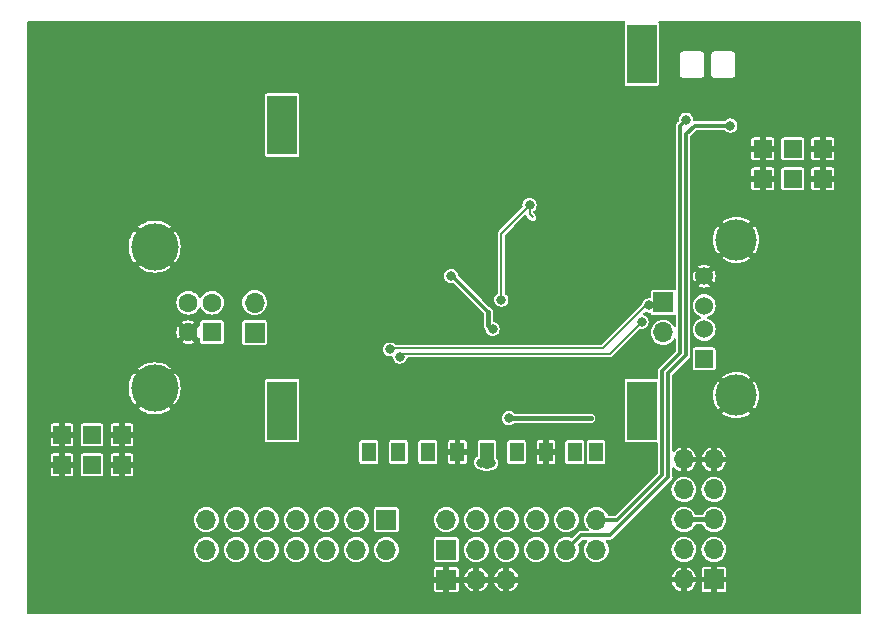
<source format=gbr>
%TF.GenerationSoftware,KiCad,Pcbnew,7.0.7-7.0.7~ubuntu23.04.1*%
%TF.CreationDate,2023-09-27T06:57:11+00:00*%
%TF.ProjectId,USBSDREADER01,55534253-4452-4454-9144-455230312e6b,rev?*%
%TF.SameCoordinates,Original*%
%TF.FileFunction,Copper,L1,Top*%
%TF.FilePolarity,Positive*%
%FSLAX46Y46*%
G04 Gerber Fmt 4.6, Leading zero omitted, Abs format (unit mm)*
G04 Created by KiCad (PCBNEW 7.0.7-7.0.7~ubuntu23.04.1) date 2023-09-27 06:57:11*
%MOMM*%
%LPD*%
G01*
G04 APERTURE LIST*
%TA.AperFunction,ComponentPad*%
%ADD10C,6.000000*%
%TD*%
%TA.AperFunction,ComponentPad*%
%ADD11R,1.700000X1.700000*%
%TD*%
%TA.AperFunction,ComponentPad*%
%ADD12O,1.700000X1.700000*%
%TD*%
%TA.AperFunction,SMDPad,CuDef*%
%ADD13R,1.200000X1.600000*%
%TD*%
%TA.AperFunction,SMDPad,CuDef*%
%ADD14R,2.500000X5.000000*%
%TD*%
%TA.AperFunction,ComponentPad*%
%ADD15R,1.600000X1.600000*%
%TD*%
%TA.AperFunction,ComponentPad*%
%ADD16C,1.600000*%
%TD*%
%TA.AperFunction,ComponentPad*%
%ADD17C,4.000000*%
%TD*%
%TA.AperFunction,ComponentPad*%
%ADD18R,1.524000X1.524000*%
%TD*%
%TA.AperFunction,ComponentPad*%
%ADD19C,1.524000*%
%TD*%
%TA.AperFunction,ComponentPad*%
%ADD20C,3.500000*%
%TD*%
%TA.AperFunction,ViaPad*%
%ADD21C,0.800000*%
%TD*%
%TA.AperFunction,Conductor*%
%ADD22C,0.400000*%
%TD*%
%TA.AperFunction,Conductor*%
%ADD23C,0.300000*%
%TD*%
%TA.AperFunction,Conductor*%
%ADD24C,0.200000*%
%TD*%
%TA.AperFunction,Conductor*%
%ADD25C,1.000000*%
%TD*%
G04 APERTURE END LIST*
D10*
%TO.P,M2,1*%
%TO.N,GND*%
X71120000Y50800000D03*
%TD*%
D11*
%TO.P,J7,1*%
%TO.N,/SDP*%
X40850000Y10825000D03*
D12*
%TO.P,J7,2*%
X40850000Y13365000D03*
%TO.P,J7,3*%
%TO.N,/#RST*%
X43390000Y10825000D03*
%TO.P,J7,4*%
X43390000Y13365000D03*
%TO.P,J7,5*%
%TO.N,/mode*%
X45930000Y10825000D03*
%TO.P,J7,6*%
X45930000Y13365000D03*
%TO.P,J7,7*%
%TO.N,/i2c*%
X48470000Y10825000D03*
%TO.P,J7,8*%
X48470000Y13365000D03*
%TO.P,J7,9*%
%TO.N,Net-(Q2-C)*%
X51010000Y10825000D03*
%TO.P,J7,10*%
X51010000Y13365000D03*
%TO.P,J7,11*%
%TO.N,Net-(Q1-C)*%
X53550000Y10825000D03*
%TO.P,J7,12*%
X53550000Y13365000D03*
%TD*%
D10*
%TO.P,M4,1*%
%TO.N,GND*%
X71120000Y10160000D03*
%TD*%
D13*
%TO.P,J9,1,CD/DAT3*%
%TO.N,Net-(IC1-CDAT1_3)*%
X36785850Y19100000D03*
%TO.P,J9,2,CMD*%
%TO.N,/CCMD*%
X39285850Y19100000D03*
%TO.P,J9,3,VSS*%
%TO.N,GND*%
X41785850Y19100000D03*
%TO.P,J9,4,VDD*%
%TO.N,/VSD*%
X44285850Y19100000D03*
%TO.P,J9,5,CLK*%
%TO.N,/CCLK*%
X46785850Y19100000D03*
%TO.P,J9,6,VSS*%
%TO.N,GND*%
X49285850Y19100000D03*
%TO.P,J9,7,DAT0*%
%TO.N,Net-(IC1-CDAT1_0)*%
X51715850Y19100000D03*
%TO.P,J9,8,DAT1*%
%TO.N,Net-(IC1-CDAT1_1)*%
X53515850Y19100000D03*
%TO.P,J9,9,DAT2*%
%TO.N,Net-(IC1-CDAT1_2)*%
X34285850Y19100000D03*
D14*
%TO.P,J9,12,SHELL1*%
%TO.N,unconnected-(J9-SHELL1-Pad12)*%
X26950850Y22600000D03*
X57400850Y22600000D03*
X26950850Y46800000D03*
X57400850Y52800000D03*
%TD*%
D11*
%TO.P,J6,1*%
%TO.N,GND*%
X63500000Y8300000D03*
D12*
%TO.P,J6,2*%
X60960000Y8300000D03*
%TO.P,J6,3*%
%TO.N,/SDA*%
X63500000Y10840000D03*
%TO.P,J6,4*%
X60960000Y10840000D03*
%TO.P,J6,5*%
%TO.N,VCC*%
X63500000Y13380000D03*
%TO.P,J6,6*%
X60960000Y13380000D03*
%TO.P,J6,7*%
%TO.N,/SCL*%
X63500000Y15920000D03*
%TO.P,J6,8*%
X60960000Y15920000D03*
%TO.P,J6,9*%
%TO.N,GND*%
X63500000Y18460000D03*
%TO.P,J6,10*%
X60960000Y18460000D03*
%TD*%
D11*
%TO.P,J10,1*%
%TO.N,/USB_IN_D-*%
X24612500Y29205001D03*
D12*
%TO.P,J10,2*%
%TO.N,/USB_IN_D+*%
X24612500Y31745001D03*
%TD*%
D15*
%TO.P,J2,1,VBUS*%
%TO.N,/VBUS*%
X21000000Y29230001D03*
D16*
%TO.P,J2,2,D-*%
%TO.N,/USB_IN_D-*%
X21000000Y31730001D03*
%TO.P,J2,3,D+*%
%TO.N,/USB_IN_D+*%
X19000000Y31730001D03*
%TO.P,J2,4,GND*%
%TO.N,GND*%
X19000000Y29230001D03*
D17*
%TO.P,J2,5,Shield*%
X16140000Y24480001D03*
X16140000Y36480001D03*
%TD*%
D18*
%TO.P,J1,1*%
%TO.N,GND*%
X67640000Y42230000D03*
%TO.P,J1,2*%
X67640000Y44770000D03*
%TO.P,J1,3*%
%TO.N,VCC*%
X70180000Y42230000D03*
%TO.P,J1,4*%
X70180000Y44770000D03*
%TO.P,J1,5*%
%TO.N,GND*%
X72720000Y42230000D03*
%TO.P,J1,6*%
X72720000Y44770000D03*
%TD*%
D10*
%TO.P,M3,1*%
%TO.N,GND*%
X10160000Y10160000D03*
%TD*%
D18*
%TO.P,J3,1,VBUS*%
%TO.N,/VBUS*%
X62672500Y26980001D03*
D19*
%TO.P,J3,2,D-*%
%TO.N,/USB_OUT_D-*%
X62672500Y29480001D03*
%TO.P,J3,3,D+*%
%TO.N,/USB_OUT_D+*%
X62672500Y31480001D03*
%TO.P,J3,4,GND*%
%TO.N,GND*%
X62672500Y33980001D03*
D20*
%TO.P,J3,5,Shield*%
X65382500Y23910001D03*
X65382500Y37050001D03*
%TD*%
D10*
%TO.P,M1,1*%
%TO.N,GND*%
X10160000Y50800000D03*
%TD*%
D11*
%TO.P,J5,1*%
%TO.N,/DAT3*%
X35770000Y13365000D03*
D12*
%TO.P,J5,2*%
X35770000Y10825000D03*
%TO.P,J5,3*%
%TO.N,/DAT2*%
X33230000Y13365000D03*
%TO.P,J5,4*%
X33230000Y10825000D03*
%TO.P,J5,5*%
%TO.N,/DAT1*%
X30690000Y13365000D03*
%TO.P,J5,6*%
X30690000Y10825000D03*
%TO.P,J5,7*%
%TO.N,/DAT0*%
X28150000Y13365000D03*
%TO.P,J5,8*%
X28150000Y10825000D03*
%TO.P,J5,9*%
%TO.N,/PRST*%
X25610000Y13365000D03*
%TO.P,J5,10*%
X25610000Y10825000D03*
%TO.P,J5,11*%
%TO.N,/CMD*%
X23070000Y13365000D03*
%TO.P,J5,12*%
X23070000Y10825000D03*
%TO.P,J5,13*%
%TO.N,/CLK*%
X20530000Y13365000D03*
%TO.P,J5,14*%
X20530000Y10825000D03*
%TD*%
D11*
%TO.P,J11,1*%
%TO.N,/USB_OUT_D+*%
X59200000Y31755001D03*
D12*
%TO.P,J11,2*%
%TO.N,/USB_OUT_D-*%
X59200000Y29215001D03*
%TD*%
D11*
%TO.P,J8,1*%
%TO.N,GND*%
X40850000Y8285000D03*
D12*
%TO.P,J8,2*%
X43390000Y8285000D03*
%TO.P,J8,3*%
X45930000Y8285000D03*
%TD*%
D18*
%TO.P,J4,1*%
%TO.N,GND*%
X13380000Y20550000D03*
%TO.P,J4,2*%
X13380000Y18010000D03*
%TO.P,J4,3*%
%TO.N,/VBUS*%
X10840000Y20550000D03*
%TO.P,J4,4*%
X10840000Y18010000D03*
%TO.P,J4,5*%
%TO.N,GND*%
X8300000Y20550000D03*
%TO.P,J4,6*%
X8300000Y18010000D03*
%TD*%
D21*
%TO.N,VCC*%
X46150500Y21950000D03*
%TO.N,/i2c*%
X44758530Y29508530D03*
X41250000Y34000000D03*
%TO.N,/i2c_addr*%
X47890000Y39980000D03*
X45500000Y32000000D03*
%TO.N,/USB_OUT_D-*%
X36912500Y27175501D03*
X57374647Y30125353D03*
%TO.N,/USB_OUT_D+*%
X58000000Y31500000D03*
X36107492Y27778869D03*
%TO.N,Net-(Q2-C)*%
X64890000Y46730000D03*
%TO.N,Net-(Q1-C)*%
X61140000Y47230000D03*
%TO.N,/VSD*%
X44637944Y18160343D03*
X43800000Y18200000D03*
%TD*%
D22*
%TO.N,VCC*%
X61190000Y13810000D02*
X61190000Y13360000D01*
X60960000Y13380000D02*
X63500000Y13380000D01*
X46150500Y21950000D02*
X53050000Y21950000D01*
%TO.N,/i2c*%
X44401424Y29865636D02*
X44401424Y30948576D01*
X44758530Y29508530D02*
X44401424Y29865636D01*
D23*
X44401424Y30948576D02*
X41350000Y34000000D01*
X41350000Y34000000D02*
X41250000Y34000000D01*
D24*
%TO.N,/i2c_addr*%
X47890000Y39980000D02*
X47890000Y39230000D01*
X45500000Y32000000D02*
X45500000Y37590000D01*
X47890000Y39230000D02*
X48140000Y38980000D01*
X45500000Y37590000D02*
X47890000Y39980000D01*
%TO.N,/USB_OUT_D-*%
X37161998Y27424999D02*
X36912500Y27175501D01*
X54674293Y27424999D02*
X37161998Y27424999D01*
X57374647Y30125353D02*
X54674293Y27424999D01*
%TO.N,/USB_OUT_D+*%
X58000000Y31500000D02*
X57760050Y31500000D01*
X57760050Y31500000D02*
X54135051Y27875001D01*
X36203624Y27875001D02*
X36107492Y27778869D01*
X54135051Y27875001D02*
X36203624Y27875001D01*
D23*
%TO.N,Net-(Q2-C)*%
X61890000Y46730000D02*
X64890000Y46730000D01*
X59640000Y25772894D02*
X61140000Y27272894D01*
X61140000Y45980000D02*
X61890000Y46730000D01*
X52210000Y12025000D02*
X54685000Y12025000D01*
X54685000Y12025000D02*
X59640000Y16980000D01*
X59640000Y16980000D02*
X59640000Y25772894D01*
X61140000Y27272894D02*
X61140000Y45980000D01*
X51010000Y10825000D02*
X52210000Y12025000D01*
%TO.N,Net-(Q1-C)*%
X59140000Y17187106D02*
X59140000Y25980000D01*
X60640000Y27480000D02*
X60640000Y46730000D01*
X53550000Y13365000D02*
X55317894Y13365000D01*
X60640000Y46730000D02*
X61140000Y47230000D01*
X55317894Y13365000D02*
X59140000Y17187106D01*
X59140000Y25980000D02*
X60640000Y27480000D01*
D25*
%TO.N,/VSD*%
X44285850Y19100000D02*
X44285850Y18185850D01*
%TD*%
%TA.AperFunction,Conductor*%
%TO.N,GND*%
G36*
X55969776Y55561093D02*
G01*
X56005740Y55511593D01*
X56005740Y55450407D01*
X55993900Y55425998D01*
X55961984Y55378234D01*
X55961982Y55378228D01*
X55950351Y55319759D01*
X55950350Y55319747D01*
X55950350Y50280254D01*
X55950351Y50280242D01*
X55961982Y50221773D01*
X55961983Y50221769D01*
X56006298Y50155448D01*
X56072619Y50111133D01*
X56117081Y50102289D01*
X56131091Y50099502D01*
X56131096Y50099502D01*
X56131102Y50099500D01*
X56131103Y50099500D01*
X58670597Y50099500D01*
X58670598Y50099500D01*
X58729081Y50111133D01*
X58795402Y50155448D01*
X58839717Y50221769D01*
X58851350Y50280252D01*
X58851350Y51050823D01*
X60629500Y51050823D01*
X60659894Y50957278D01*
X60717702Y50877713D01*
X60717704Y50877711D01*
X60717707Y50877707D01*
X60717710Y50877705D01*
X60717712Y50877703D01*
X60797277Y50819895D01*
X60797278Y50819895D01*
X60797279Y50819894D01*
X60890822Y50789500D01*
X60890823Y50789500D01*
X62389177Y50789500D01*
X62389178Y50789500D01*
X62482721Y50819894D01*
X62562293Y50877707D01*
X62620106Y50957279D01*
X62650500Y51050822D01*
X62650500Y51050823D01*
X63269500Y51050823D01*
X63299894Y50957278D01*
X63357702Y50877713D01*
X63357704Y50877711D01*
X63357707Y50877707D01*
X63357710Y50877705D01*
X63357712Y50877703D01*
X63437277Y50819895D01*
X63437278Y50819895D01*
X63437279Y50819894D01*
X63530822Y50789500D01*
X63530823Y50789500D01*
X65029177Y50789500D01*
X65029178Y50789500D01*
X65122721Y50819894D01*
X65202293Y50877707D01*
X65260106Y50957279D01*
X65290500Y51050822D01*
X65290500Y51100000D01*
X65290500Y51103412D01*
X65290500Y51103413D01*
X65290500Y52702088D01*
X65290500Y52749178D01*
X65260106Y52842721D01*
X65240167Y52870164D01*
X65202297Y52922288D01*
X65202295Y52922290D01*
X65202293Y52922293D01*
X65202289Y52922296D01*
X65202287Y52922298D01*
X65122722Y52980106D01*
X65075949Y52995304D01*
X65029178Y53010500D01*
X64982088Y53010500D01*
X63583412Y53010500D01*
X63580000Y53010500D01*
X63530822Y53010500D01*
X63499640Y53000369D01*
X63437277Y52980106D01*
X63357712Y52922298D01*
X63357702Y52922288D01*
X63299894Y52842723D01*
X63269500Y52749178D01*
X63269500Y51050823D01*
X62650500Y51050823D01*
X62650500Y51100000D01*
X62650500Y51103412D01*
X62650500Y51103413D01*
X62650500Y52702088D01*
X62650500Y52749178D01*
X62620106Y52842721D01*
X62600167Y52870164D01*
X62562297Y52922288D01*
X62562295Y52922290D01*
X62562293Y52922293D01*
X62562289Y52922296D01*
X62562287Y52922298D01*
X62482722Y52980106D01*
X62435949Y52995304D01*
X62389178Y53010500D01*
X62342088Y53010500D01*
X60943412Y53010500D01*
X60940000Y53010500D01*
X60890822Y53010500D01*
X60859640Y53000369D01*
X60797277Y52980106D01*
X60717712Y52922298D01*
X60717702Y52922288D01*
X60659894Y52842723D01*
X60629500Y52749178D01*
X60629500Y51050823D01*
X58851350Y51050823D01*
X58851350Y55319748D01*
X58839717Y55378231D01*
X58807800Y55425998D01*
X58791191Y55484886D01*
X58812368Y55542290D01*
X58863242Y55576283D01*
X58890115Y55580000D01*
X75836500Y55580000D01*
X75894691Y55561093D01*
X75930655Y55511593D01*
X75935500Y55481000D01*
X75935500Y5479000D01*
X75916593Y5420809D01*
X75867093Y5384845D01*
X75836500Y5380000D01*
X5443500Y5380000D01*
X5385309Y5398907D01*
X5349345Y5448407D01*
X5344500Y5479000D01*
X5344500Y7415300D01*
X39800000Y7415300D01*
X39811603Y7356964D01*
X39855806Y7290811D01*
X39855810Y7290807D01*
X39921963Y7246604D01*
X39980299Y7235001D01*
X39980303Y7235000D01*
X40599999Y7235000D01*
X40600000Y7235001D01*
X40600000Y7701551D01*
X40618907Y7759742D01*
X40668407Y7795706D01*
X40713089Y7799543D01*
X40731565Y7796887D01*
X40814233Y7785000D01*
X40814237Y7785000D01*
X40885767Y7785000D01*
X40968434Y7796887D01*
X40986910Y7799543D01*
X41047199Y7789110D01*
X41089842Y7745233D01*
X41100000Y7701551D01*
X41100000Y7235001D01*
X41100001Y7235000D01*
X41719697Y7235000D01*
X41719700Y7235001D01*
X41778036Y7246604D01*
X41844189Y7290807D01*
X41844193Y7290811D01*
X41888396Y7356964D01*
X41899999Y7415300D01*
X41900000Y7415303D01*
X41900000Y8034999D01*
X41899999Y8035000D01*
X41429951Y8035000D01*
X41371760Y8053907D01*
X41335796Y8103407D01*
X41334961Y8161891D01*
X41349999Y8213108D01*
X41350000Y8213112D01*
X41350000Y8356889D01*
X41349999Y8356893D01*
X41334961Y8408109D01*
X41336708Y8469269D01*
X41374071Y8517722D01*
X41429951Y8535000D01*
X41899999Y8535000D01*
X41900000Y8535001D01*
X42368588Y8535001D01*
X42368589Y8535000D01*
X42810049Y8535000D01*
X42868240Y8516093D01*
X42904204Y8466593D01*
X42905039Y8408109D01*
X42890000Y8356893D01*
X42890000Y8213108D01*
X42905039Y8161891D01*
X42903292Y8100731D01*
X42865929Y8052278D01*
X42810049Y8035000D01*
X42368589Y8035000D01*
X42415232Y7881238D01*
X42415234Y7881233D01*
X42512724Y7698840D01*
X42512731Y7698830D01*
X42643940Y7538950D01*
X42643949Y7538941D01*
X42803829Y7407732D01*
X42803839Y7407725D01*
X42986232Y7310235D01*
X42986237Y7310233D01*
X43139999Y7263589D01*
X43140000Y7263589D01*
X43140000Y7701551D01*
X43158907Y7759742D01*
X43208407Y7795706D01*
X43253089Y7799543D01*
X43271565Y7796887D01*
X43354233Y7785000D01*
X43354237Y7785000D01*
X43425767Y7785000D01*
X43508434Y7796887D01*
X43526910Y7799543D01*
X43587199Y7789110D01*
X43629842Y7745233D01*
X43640000Y7701551D01*
X43640000Y7263589D01*
X43793762Y7310233D01*
X43793767Y7310235D01*
X43976160Y7407725D01*
X43976170Y7407732D01*
X44136050Y7538941D01*
X44136059Y7538950D01*
X44267268Y7698830D01*
X44267275Y7698840D01*
X44364765Y7881233D01*
X44364767Y7881238D01*
X44411411Y8035000D01*
X43969951Y8035000D01*
X43911760Y8053907D01*
X43875796Y8103407D01*
X43874961Y8161891D01*
X43889999Y8213108D01*
X43890000Y8213112D01*
X43890000Y8356889D01*
X43889999Y8356893D01*
X43874961Y8408109D01*
X43876708Y8469269D01*
X43914071Y8517722D01*
X43969951Y8535000D01*
X44411411Y8535000D01*
X44411411Y8535001D01*
X44908588Y8535001D01*
X44908589Y8535000D01*
X45350049Y8535000D01*
X45408240Y8516093D01*
X45444204Y8466593D01*
X45445039Y8408109D01*
X45430000Y8356893D01*
X45430000Y8213108D01*
X45445039Y8161891D01*
X45443292Y8100731D01*
X45405929Y8052278D01*
X45350049Y8035000D01*
X44908589Y8035000D01*
X44955232Y7881238D01*
X44955234Y7881233D01*
X45052724Y7698840D01*
X45052731Y7698830D01*
X45183940Y7538950D01*
X45183949Y7538941D01*
X45343829Y7407732D01*
X45343839Y7407725D01*
X45526232Y7310235D01*
X45526237Y7310233D01*
X45679999Y7263589D01*
X45680000Y7263589D01*
X45680000Y7701551D01*
X45698907Y7759742D01*
X45748407Y7795706D01*
X45793089Y7799543D01*
X45811565Y7796887D01*
X45894233Y7785000D01*
X45894237Y7785000D01*
X45965767Y7785000D01*
X46048434Y7796887D01*
X46066910Y7799543D01*
X46127199Y7789110D01*
X46169842Y7745233D01*
X46180000Y7701551D01*
X46180000Y7263589D01*
X46333762Y7310233D01*
X46333767Y7310235D01*
X46516160Y7407725D01*
X46516170Y7407732D01*
X46676050Y7538941D01*
X46676059Y7538950D01*
X46807268Y7698830D01*
X46807275Y7698840D01*
X46904765Y7881233D01*
X46904767Y7881238D01*
X46951411Y8035000D01*
X46509951Y8035000D01*
X46451760Y8053907D01*
X46415796Y8103407D01*
X46414961Y8161891D01*
X46429999Y8213108D01*
X46430000Y8213112D01*
X46430000Y8356889D01*
X46429999Y8356893D01*
X46414961Y8408109D01*
X46416708Y8469269D01*
X46454071Y8517722D01*
X46509951Y8535000D01*
X46951411Y8535000D01*
X46951411Y8535001D01*
X46946861Y8550001D01*
X59938588Y8550001D01*
X59938589Y8550000D01*
X60380049Y8550000D01*
X60438240Y8531093D01*
X60474204Y8481593D01*
X60475039Y8423109D01*
X60460000Y8371893D01*
X60460000Y8228108D01*
X60475039Y8176891D01*
X60473292Y8115731D01*
X60435929Y8067278D01*
X60380049Y8050000D01*
X59938589Y8050000D01*
X59985232Y7896238D01*
X59985234Y7896233D01*
X60082724Y7713840D01*
X60082731Y7713830D01*
X60213940Y7553950D01*
X60213949Y7553941D01*
X60373829Y7422732D01*
X60373839Y7422725D01*
X60556232Y7325235D01*
X60556237Y7325233D01*
X60709999Y7278589D01*
X60710000Y7278589D01*
X60710000Y7716551D01*
X60728907Y7774742D01*
X60778407Y7810706D01*
X60823089Y7814543D01*
X60841565Y7811887D01*
X60924233Y7800000D01*
X60924237Y7800000D01*
X60995767Y7800000D01*
X61078434Y7811887D01*
X61096910Y7814543D01*
X61157199Y7804110D01*
X61199842Y7760233D01*
X61210000Y7716551D01*
X61210000Y7278589D01*
X61363762Y7325233D01*
X61363767Y7325235D01*
X61546160Y7422725D01*
X61546170Y7422732D01*
X61555392Y7430300D01*
X62450000Y7430300D01*
X62461603Y7371964D01*
X62505806Y7305811D01*
X62505810Y7305807D01*
X62571963Y7261604D01*
X62630299Y7250001D01*
X62630303Y7250000D01*
X63249999Y7250000D01*
X63250000Y7250001D01*
X63250000Y7716551D01*
X63268907Y7774742D01*
X63318407Y7810706D01*
X63363089Y7814543D01*
X63381565Y7811887D01*
X63464233Y7800000D01*
X63464237Y7800000D01*
X63535767Y7800000D01*
X63618434Y7811887D01*
X63636910Y7814543D01*
X63697199Y7804110D01*
X63739842Y7760233D01*
X63750000Y7716551D01*
X63750000Y7250001D01*
X63750001Y7250000D01*
X64369697Y7250000D01*
X64369700Y7250001D01*
X64428036Y7261604D01*
X64494189Y7305807D01*
X64494193Y7305811D01*
X64538396Y7371964D01*
X64549999Y7430300D01*
X64550000Y7430303D01*
X64550000Y8049999D01*
X64549999Y8050000D01*
X64079951Y8050000D01*
X64021760Y8068907D01*
X63985796Y8118407D01*
X63984961Y8176891D01*
X63999999Y8228108D01*
X64000000Y8228112D01*
X64000000Y8371889D01*
X63999999Y8371893D01*
X63984961Y8423109D01*
X63986708Y8484269D01*
X64024071Y8532722D01*
X64079951Y8550000D01*
X64549999Y8550000D01*
X64550000Y8550001D01*
X64550000Y9169698D01*
X64549999Y9169701D01*
X64538396Y9228037D01*
X64494193Y9294190D01*
X64494189Y9294194D01*
X64428036Y9338397D01*
X64369700Y9350000D01*
X63750000Y9350000D01*
X63750000Y8883450D01*
X63731093Y8825259D01*
X63681593Y8789295D01*
X63636911Y8785458D01*
X63535768Y8800000D01*
X63535763Y8800000D01*
X63464237Y8800000D01*
X63464232Y8800000D01*
X63363089Y8785458D01*
X63302800Y8795891D01*
X63260158Y8839769D01*
X63250000Y8883450D01*
X63250000Y9349999D01*
X63249999Y9350000D01*
X62630299Y9350000D01*
X62571963Y9338397D01*
X62505810Y9294194D01*
X62505806Y9294190D01*
X62461603Y9228037D01*
X62450000Y9169701D01*
X62450000Y8550002D01*
X62450001Y8550000D01*
X62920049Y8550000D01*
X62978240Y8531093D01*
X63014204Y8481593D01*
X63015039Y8423109D01*
X63000000Y8371893D01*
X63000000Y8228108D01*
X63015039Y8176891D01*
X63013292Y8115731D01*
X62975929Y8067278D01*
X62920049Y8050000D01*
X62450001Y8050000D01*
X62450000Y8049999D01*
X62450000Y7430300D01*
X61555392Y7430300D01*
X61706050Y7553941D01*
X61706059Y7553950D01*
X61837268Y7713830D01*
X61837275Y7713840D01*
X61934765Y7896233D01*
X61934767Y7896238D01*
X61981411Y8050000D01*
X61539951Y8050000D01*
X61481760Y8068907D01*
X61445796Y8118407D01*
X61444961Y8176891D01*
X61459999Y8228108D01*
X61460000Y8228112D01*
X61460000Y8371889D01*
X61459999Y8371893D01*
X61444961Y8423109D01*
X61446708Y8484269D01*
X61484071Y8532722D01*
X61539951Y8550000D01*
X61981411Y8550000D01*
X61981411Y8550001D01*
X61934767Y8703763D01*
X61934765Y8703768D01*
X61837275Y8886161D01*
X61837268Y8886171D01*
X61706059Y9046051D01*
X61706050Y9046060D01*
X61546170Y9177269D01*
X61546160Y9177276D01*
X61363771Y9274764D01*
X61363758Y9274769D01*
X61210000Y9321412D01*
X61210000Y8883450D01*
X61191093Y8825259D01*
X61141593Y8789295D01*
X61096911Y8785458D01*
X60995768Y8800000D01*
X60995763Y8800000D01*
X60924237Y8800000D01*
X60924232Y8800000D01*
X60823089Y8785458D01*
X60762800Y8795891D01*
X60720158Y8839769D01*
X60710000Y8883450D01*
X60710000Y9321412D01*
X60556241Y9274769D01*
X60556228Y9274764D01*
X60373839Y9177276D01*
X60373829Y9177269D01*
X60213949Y9046060D01*
X60213940Y9046051D01*
X60082731Y8886171D01*
X60082724Y8886161D01*
X59985234Y8703768D01*
X59985232Y8703763D01*
X59938588Y8550001D01*
X46946861Y8550001D01*
X46904767Y8688763D01*
X46904765Y8688768D01*
X46807275Y8871161D01*
X46807268Y8871171D01*
X46676059Y9031051D01*
X46676050Y9031060D01*
X46516170Y9162269D01*
X46516160Y9162276D01*
X46333771Y9259764D01*
X46333758Y9259769D01*
X46180000Y9306412D01*
X46180000Y8868450D01*
X46161093Y8810259D01*
X46111593Y8774295D01*
X46066911Y8770458D01*
X45965768Y8785000D01*
X45965763Y8785000D01*
X45894237Y8785000D01*
X45894232Y8785000D01*
X45793089Y8770458D01*
X45732800Y8780891D01*
X45690158Y8824769D01*
X45680000Y8868450D01*
X45680000Y9306412D01*
X45526241Y9259769D01*
X45526228Y9259764D01*
X45343839Y9162276D01*
X45343829Y9162269D01*
X45183949Y9031060D01*
X45183940Y9031051D01*
X45052731Y8871171D01*
X45052724Y8871161D01*
X44955234Y8688768D01*
X44955232Y8688763D01*
X44908588Y8535001D01*
X44411411Y8535001D01*
X44364767Y8688763D01*
X44364765Y8688768D01*
X44267275Y8871161D01*
X44267268Y8871171D01*
X44136059Y9031051D01*
X44136050Y9031060D01*
X43976170Y9162269D01*
X43976160Y9162276D01*
X43793771Y9259764D01*
X43793758Y9259769D01*
X43640000Y9306412D01*
X43640000Y8868450D01*
X43621093Y8810259D01*
X43571593Y8774295D01*
X43526911Y8770458D01*
X43425768Y8785000D01*
X43425763Y8785000D01*
X43354237Y8785000D01*
X43354232Y8785000D01*
X43253089Y8770458D01*
X43192800Y8780891D01*
X43150158Y8824769D01*
X43140000Y8868450D01*
X43140000Y9306412D01*
X42986241Y9259769D01*
X42986228Y9259764D01*
X42803839Y9162276D01*
X42803829Y9162269D01*
X42643949Y9031060D01*
X42643940Y9031051D01*
X42512731Y8871171D01*
X42512724Y8871161D01*
X42415234Y8688768D01*
X42415232Y8688763D01*
X42368588Y8535001D01*
X41900000Y8535001D01*
X41900000Y9154698D01*
X41899999Y9154701D01*
X41888396Y9213037D01*
X41844193Y9279190D01*
X41844189Y9279194D01*
X41778036Y9323397D01*
X41719700Y9335000D01*
X41100001Y9335000D01*
X41100000Y9334999D01*
X41100000Y8868450D01*
X41081093Y8810259D01*
X41031593Y8774295D01*
X40986911Y8770458D01*
X40885768Y8785000D01*
X40885763Y8785000D01*
X40814237Y8785000D01*
X40814232Y8785000D01*
X40713089Y8770458D01*
X40652800Y8780891D01*
X40610158Y8824769D01*
X40600000Y8868450D01*
X40600000Y9335000D01*
X39980299Y9335000D01*
X39921963Y9323397D01*
X39855810Y9279194D01*
X39855806Y9279190D01*
X39811603Y9213037D01*
X39800000Y9154701D01*
X39800000Y8535001D01*
X39800001Y8535000D01*
X40270049Y8535000D01*
X40328240Y8516093D01*
X40364204Y8466593D01*
X40365039Y8408109D01*
X40350000Y8356893D01*
X40350000Y8213108D01*
X40365039Y8161891D01*
X40363292Y8100731D01*
X40325929Y8052278D01*
X40270049Y8035000D01*
X39800000Y8035000D01*
X39800000Y7415300D01*
X5344500Y7415300D01*
X5344500Y10824997D01*
X19474417Y10824997D01*
X19494698Y10619071D01*
X19494699Y10619066D01*
X19554768Y10421046D01*
X19652316Y10238548D01*
X19771275Y10093596D01*
X19783590Y10078590D01*
X19783595Y10078586D01*
X19943547Y9947317D01*
X19943548Y9947317D01*
X19943550Y9947315D01*
X20126046Y9849768D01*
X20263996Y9807922D01*
X20324065Y9789700D01*
X20324070Y9789699D01*
X20529997Y9769417D01*
X20530000Y9769417D01*
X20530003Y9769417D01*
X20735929Y9789699D01*
X20735934Y9789700D01*
X20735933Y9789700D01*
X20933954Y9849768D01*
X21116450Y9947315D01*
X21276410Y10078590D01*
X21407685Y10238550D01*
X21505232Y10421046D01*
X21565300Y10619066D01*
X21565301Y10619071D01*
X21585583Y10824997D01*
X22014417Y10824997D01*
X22034698Y10619071D01*
X22034699Y10619066D01*
X22094768Y10421046D01*
X22192316Y10238548D01*
X22311275Y10093596D01*
X22323590Y10078590D01*
X22323595Y10078586D01*
X22483547Y9947317D01*
X22483548Y9947317D01*
X22483550Y9947315D01*
X22666046Y9849768D01*
X22803996Y9807922D01*
X22864065Y9789700D01*
X22864070Y9789699D01*
X23069997Y9769417D01*
X23070000Y9769417D01*
X23070003Y9769417D01*
X23275929Y9789699D01*
X23275934Y9789700D01*
X23473954Y9849768D01*
X23656450Y9947315D01*
X23816410Y10078590D01*
X23947685Y10238550D01*
X24045232Y10421046D01*
X24105300Y10619066D01*
X24105301Y10619071D01*
X24125583Y10824997D01*
X24554417Y10824997D01*
X24574698Y10619071D01*
X24574699Y10619066D01*
X24634768Y10421046D01*
X24732316Y10238548D01*
X24851275Y10093596D01*
X24863590Y10078590D01*
X24863595Y10078586D01*
X25023547Y9947317D01*
X25023548Y9947317D01*
X25023550Y9947315D01*
X25206046Y9849768D01*
X25343997Y9807922D01*
X25404065Y9789700D01*
X25404070Y9789699D01*
X25609997Y9769417D01*
X25610000Y9769417D01*
X25610003Y9769417D01*
X25815929Y9789699D01*
X25815934Y9789700D01*
X26013954Y9849768D01*
X26196450Y9947315D01*
X26356410Y10078590D01*
X26487685Y10238550D01*
X26585232Y10421046D01*
X26645300Y10619066D01*
X26645301Y10619071D01*
X26665583Y10824997D01*
X27094417Y10824997D01*
X27114698Y10619071D01*
X27114699Y10619066D01*
X27174768Y10421046D01*
X27272316Y10238548D01*
X27391275Y10093596D01*
X27403590Y10078590D01*
X27403595Y10078586D01*
X27563547Y9947317D01*
X27563548Y9947317D01*
X27563550Y9947315D01*
X27746046Y9849768D01*
X27883996Y9807922D01*
X27944065Y9789700D01*
X27944070Y9789699D01*
X28149997Y9769417D01*
X28150000Y9769417D01*
X28150003Y9769417D01*
X28355929Y9789699D01*
X28355934Y9789700D01*
X28355933Y9789700D01*
X28553954Y9849768D01*
X28736450Y9947315D01*
X28896410Y10078590D01*
X29027685Y10238550D01*
X29125232Y10421046D01*
X29185300Y10619066D01*
X29185301Y10619071D01*
X29205583Y10824997D01*
X29634417Y10824997D01*
X29654698Y10619071D01*
X29654699Y10619066D01*
X29714768Y10421046D01*
X29812316Y10238548D01*
X29931275Y10093596D01*
X29943590Y10078590D01*
X29943595Y10078586D01*
X30103547Y9947317D01*
X30103548Y9947317D01*
X30103550Y9947315D01*
X30286046Y9849768D01*
X30423996Y9807922D01*
X30484065Y9789700D01*
X30484070Y9789699D01*
X30689997Y9769417D01*
X30690000Y9769417D01*
X30690003Y9769417D01*
X30895929Y9789699D01*
X30895934Y9789700D01*
X31093954Y9849768D01*
X31276450Y9947315D01*
X31436410Y10078590D01*
X31567685Y10238550D01*
X31665232Y10421046D01*
X31725300Y10619066D01*
X31725301Y10619071D01*
X31745583Y10824997D01*
X32174417Y10824997D01*
X32194698Y10619071D01*
X32194699Y10619066D01*
X32254768Y10421046D01*
X32352316Y10238548D01*
X32471275Y10093596D01*
X32483590Y10078590D01*
X32483595Y10078586D01*
X32643547Y9947317D01*
X32643548Y9947317D01*
X32643550Y9947315D01*
X32826046Y9849768D01*
X32963996Y9807922D01*
X33024065Y9789700D01*
X33024070Y9789699D01*
X33229997Y9769417D01*
X33230000Y9769417D01*
X33230003Y9769417D01*
X33435929Y9789699D01*
X33435934Y9789700D01*
X33435933Y9789700D01*
X33633954Y9849768D01*
X33816450Y9947315D01*
X33976410Y10078590D01*
X34107685Y10238550D01*
X34205232Y10421046D01*
X34265300Y10619066D01*
X34265301Y10619071D01*
X34285583Y10824997D01*
X34714417Y10824997D01*
X34734698Y10619071D01*
X34734699Y10619066D01*
X34794768Y10421046D01*
X34892316Y10238548D01*
X35011275Y10093596D01*
X35023590Y10078590D01*
X35023595Y10078586D01*
X35183547Y9947317D01*
X35183548Y9947317D01*
X35183550Y9947315D01*
X35366046Y9849768D01*
X35503997Y9807922D01*
X35564065Y9789700D01*
X35564070Y9789699D01*
X35769997Y9769417D01*
X35770000Y9769417D01*
X35770003Y9769417D01*
X35975929Y9789699D01*
X35975934Y9789700D01*
X36173954Y9849768D01*
X36356450Y9947315D01*
X36366124Y9955254D01*
X39799500Y9955254D01*
X39799501Y9955242D01*
X39811132Y9896773D01*
X39811134Y9896767D01*
X39855445Y9830452D01*
X39855448Y9830448D01*
X39921769Y9786133D01*
X39966231Y9777289D01*
X39980241Y9774502D01*
X39980246Y9774502D01*
X39980252Y9774500D01*
X39980253Y9774500D01*
X41719747Y9774500D01*
X41719748Y9774500D01*
X41778231Y9786133D01*
X41844552Y9830448D01*
X41888867Y9896769D01*
X41900500Y9955252D01*
X41900500Y10824997D01*
X42334417Y10824997D01*
X42354698Y10619071D01*
X42354699Y10619066D01*
X42414768Y10421046D01*
X42512316Y10238548D01*
X42631275Y10093596D01*
X42643590Y10078590D01*
X42643595Y10078586D01*
X42803547Y9947317D01*
X42803548Y9947317D01*
X42803550Y9947315D01*
X42986046Y9849768D01*
X43123996Y9807922D01*
X43184065Y9789700D01*
X43184070Y9789699D01*
X43389997Y9769417D01*
X43390000Y9769417D01*
X43390003Y9769417D01*
X43595929Y9789699D01*
X43595934Y9789700D01*
X43793954Y9849768D01*
X43976450Y9947315D01*
X44136410Y10078590D01*
X44267685Y10238550D01*
X44365232Y10421046D01*
X44425300Y10619066D01*
X44425301Y10619071D01*
X44445583Y10824997D01*
X44874417Y10824997D01*
X44894698Y10619071D01*
X44894699Y10619066D01*
X44954768Y10421046D01*
X45052316Y10238548D01*
X45171275Y10093596D01*
X45183590Y10078590D01*
X45183595Y10078586D01*
X45343547Y9947317D01*
X45343548Y9947317D01*
X45343550Y9947315D01*
X45526046Y9849768D01*
X45663997Y9807922D01*
X45724065Y9789700D01*
X45724070Y9789699D01*
X45929997Y9769417D01*
X45930000Y9769417D01*
X45930003Y9769417D01*
X46135929Y9789699D01*
X46135934Y9789700D01*
X46333954Y9849768D01*
X46516450Y9947315D01*
X46676410Y10078590D01*
X46807685Y10238550D01*
X46905232Y10421046D01*
X46965300Y10619066D01*
X46965301Y10619071D01*
X46985583Y10824997D01*
X47414417Y10824997D01*
X47434698Y10619071D01*
X47434699Y10619066D01*
X47494768Y10421046D01*
X47592316Y10238548D01*
X47711275Y10093596D01*
X47723590Y10078590D01*
X47723595Y10078586D01*
X47883547Y9947317D01*
X47883548Y9947317D01*
X47883550Y9947315D01*
X48066046Y9849768D01*
X48203996Y9807922D01*
X48264065Y9789700D01*
X48264070Y9789699D01*
X48469997Y9769417D01*
X48470000Y9769417D01*
X48470003Y9769417D01*
X48675929Y9789699D01*
X48675934Y9789700D01*
X48675933Y9789700D01*
X48873954Y9849768D01*
X49056450Y9947315D01*
X49216410Y10078590D01*
X49347685Y10238550D01*
X49445232Y10421046D01*
X49505300Y10619066D01*
X49505301Y10619071D01*
X49525583Y10824997D01*
X49525583Y10825004D01*
X49505301Y11030930D01*
X49505300Y11030935D01*
X49487078Y11091004D01*
X49445232Y11228954D01*
X49347685Y11411450D01*
X49335372Y11426453D01*
X49216414Y11571405D01*
X49216410Y11571410D01*
X49216404Y11571415D01*
X49056452Y11702684D01*
X48873954Y11800232D01*
X48675934Y11860301D01*
X48675929Y11860302D01*
X48470003Y11880583D01*
X48469997Y11880583D01*
X48264070Y11860302D01*
X48264065Y11860301D01*
X48066045Y11800232D01*
X47883547Y11702684D01*
X47723595Y11571415D01*
X47723585Y11571405D01*
X47592316Y11411453D01*
X47494768Y11228955D01*
X47434699Y11030935D01*
X47434698Y11030930D01*
X47414417Y10825004D01*
X47414417Y10824997D01*
X46985583Y10824997D01*
X46985583Y10825004D01*
X46965301Y11030930D01*
X46965300Y11030935D01*
X46947078Y11091003D01*
X46905232Y11228954D01*
X46807685Y11411450D01*
X46795372Y11426453D01*
X46676414Y11571405D01*
X46676410Y11571410D01*
X46676404Y11571415D01*
X46516452Y11702684D01*
X46333954Y11800232D01*
X46135934Y11860301D01*
X46135929Y11860302D01*
X45930003Y11880583D01*
X45929997Y11880583D01*
X45724070Y11860302D01*
X45724065Y11860301D01*
X45526045Y11800232D01*
X45343547Y11702684D01*
X45183595Y11571415D01*
X45183585Y11571405D01*
X45052316Y11411453D01*
X44954768Y11228955D01*
X44894699Y11030935D01*
X44894698Y11030930D01*
X44874417Y10825004D01*
X44874417Y10824997D01*
X44445583Y10824997D01*
X44445583Y10825004D01*
X44425301Y11030930D01*
X44425300Y11030935D01*
X44407078Y11091003D01*
X44365232Y11228954D01*
X44267685Y11411450D01*
X44255372Y11426453D01*
X44136414Y11571405D01*
X44136410Y11571410D01*
X44136404Y11571415D01*
X43976452Y11702684D01*
X43793954Y11800232D01*
X43595934Y11860301D01*
X43595929Y11860302D01*
X43390003Y11880583D01*
X43389997Y11880583D01*
X43184070Y11860302D01*
X43184065Y11860301D01*
X42986045Y11800232D01*
X42803547Y11702684D01*
X42643595Y11571415D01*
X42643585Y11571405D01*
X42512316Y11411453D01*
X42414768Y11228955D01*
X42354699Y11030935D01*
X42354698Y11030930D01*
X42334417Y10825004D01*
X42334417Y10824997D01*
X41900500Y10824997D01*
X41900500Y11694748D01*
X41898921Y11702684D01*
X41895938Y11717684D01*
X41888867Y11753231D01*
X41844552Y11819552D01*
X41844548Y11819555D01*
X41778233Y11863866D01*
X41778231Y11863867D01*
X41778228Y11863868D01*
X41778227Y11863868D01*
X41719758Y11875499D01*
X41719748Y11875500D01*
X39980252Y11875500D01*
X39980251Y11875500D01*
X39980241Y11875499D01*
X39921772Y11863868D01*
X39921766Y11863866D01*
X39855451Y11819555D01*
X39855445Y11819549D01*
X39811134Y11753234D01*
X39811132Y11753228D01*
X39799501Y11694759D01*
X39799500Y11694747D01*
X39799500Y9955254D01*
X36366124Y9955254D01*
X36516410Y10078590D01*
X36647685Y10238550D01*
X36745232Y10421046D01*
X36805300Y10619066D01*
X36805301Y10619071D01*
X36825583Y10824997D01*
X36825583Y10825004D01*
X36805301Y11030930D01*
X36805300Y11030935D01*
X36787078Y11091003D01*
X36745232Y11228954D01*
X36647685Y11411450D01*
X36635372Y11426453D01*
X36516414Y11571405D01*
X36516410Y11571410D01*
X36516404Y11571415D01*
X36356452Y11702684D01*
X36173954Y11800232D01*
X35975934Y11860301D01*
X35975929Y11860302D01*
X35770003Y11880583D01*
X35769997Y11880583D01*
X35564070Y11860302D01*
X35564065Y11860301D01*
X35366045Y11800232D01*
X35183547Y11702684D01*
X35023595Y11571415D01*
X35023585Y11571405D01*
X34892316Y11411453D01*
X34794768Y11228955D01*
X34734699Y11030935D01*
X34734698Y11030930D01*
X34714417Y10825004D01*
X34714417Y10824997D01*
X34285583Y10824997D01*
X34285583Y10825004D01*
X34265301Y11030930D01*
X34265300Y11030935D01*
X34247078Y11091003D01*
X34205232Y11228954D01*
X34107685Y11411450D01*
X34095372Y11426453D01*
X33976414Y11571405D01*
X33976410Y11571410D01*
X33976404Y11571415D01*
X33816452Y11702684D01*
X33633954Y11800232D01*
X33435934Y11860301D01*
X33435929Y11860302D01*
X33230003Y11880583D01*
X33229997Y11880583D01*
X33024070Y11860302D01*
X33024065Y11860301D01*
X32826045Y11800232D01*
X32643547Y11702684D01*
X32483595Y11571415D01*
X32483585Y11571405D01*
X32352316Y11411453D01*
X32254768Y11228955D01*
X32194699Y11030935D01*
X32194698Y11030930D01*
X32174417Y10825004D01*
X32174417Y10824997D01*
X31745583Y10824997D01*
X31745583Y10825004D01*
X31725301Y11030930D01*
X31725300Y11030935D01*
X31707078Y11091003D01*
X31665232Y11228954D01*
X31567685Y11411450D01*
X31555372Y11426453D01*
X31436414Y11571405D01*
X31436410Y11571410D01*
X31436404Y11571415D01*
X31276452Y11702684D01*
X31093954Y11800232D01*
X30895934Y11860301D01*
X30895929Y11860302D01*
X30690003Y11880583D01*
X30689997Y11880583D01*
X30484070Y11860302D01*
X30484065Y11860301D01*
X30286045Y11800232D01*
X30103547Y11702684D01*
X29943595Y11571415D01*
X29943585Y11571405D01*
X29812316Y11411453D01*
X29714768Y11228955D01*
X29654699Y11030935D01*
X29654698Y11030930D01*
X29634417Y10825004D01*
X29634417Y10824997D01*
X29205583Y10824997D01*
X29205583Y10825004D01*
X29185301Y11030930D01*
X29185300Y11030935D01*
X29167078Y11091003D01*
X29125232Y11228954D01*
X29027685Y11411450D01*
X29015372Y11426453D01*
X28896414Y11571405D01*
X28896410Y11571410D01*
X28896404Y11571415D01*
X28736452Y11702684D01*
X28553954Y11800232D01*
X28355934Y11860301D01*
X28355929Y11860302D01*
X28150003Y11880583D01*
X28149997Y11880583D01*
X27944070Y11860302D01*
X27944065Y11860301D01*
X27746045Y11800232D01*
X27563547Y11702684D01*
X27403595Y11571415D01*
X27403585Y11571405D01*
X27272316Y11411453D01*
X27174768Y11228955D01*
X27114699Y11030935D01*
X27114698Y11030930D01*
X27094417Y10825004D01*
X27094417Y10824997D01*
X26665583Y10824997D01*
X26665583Y10825004D01*
X26645301Y11030930D01*
X26645300Y11030935D01*
X26627078Y11091003D01*
X26585232Y11228954D01*
X26487685Y11411450D01*
X26475372Y11426453D01*
X26356414Y11571405D01*
X26356410Y11571410D01*
X26356404Y11571415D01*
X26196452Y11702684D01*
X26013954Y11800232D01*
X25815934Y11860301D01*
X25815929Y11860302D01*
X25610003Y11880583D01*
X25609997Y11880583D01*
X25404070Y11860302D01*
X25404065Y11860301D01*
X25206045Y11800232D01*
X25023547Y11702684D01*
X24863595Y11571415D01*
X24863585Y11571405D01*
X24732316Y11411453D01*
X24634768Y11228955D01*
X24574699Y11030935D01*
X24574698Y11030930D01*
X24554417Y10825004D01*
X24554417Y10824997D01*
X24125583Y10824997D01*
X24125583Y10825004D01*
X24105301Y11030930D01*
X24105300Y11030935D01*
X24087078Y11091003D01*
X24045232Y11228954D01*
X23947685Y11411450D01*
X23935372Y11426453D01*
X23816414Y11571405D01*
X23816410Y11571410D01*
X23816404Y11571415D01*
X23656452Y11702684D01*
X23473954Y11800232D01*
X23275934Y11860301D01*
X23275929Y11860302D01*
X23070003Y11880583D01*
X23069997Y11880583D01*
X22864070Y11860302D01*
X22864065Y11860301D01*
X22666045Y11800232D01*
X22483547Y11702684D01*
X22323595Y11571415D01*
X22323585Y11571405D01*
X22192316Y11411453D01*
X22094768Y11228955D01*
X22034699Y11030935D01*
X22034698Y11030930D01*
X22014417Y10825004D01*
X22014417Y10824997D01*
X21585583Y10824997D01*
X21585583Y10825004D01*
X21565301Y11030930D01*
X21565300Y11030935D01*
X21547078Y11091003D01*
X21505232Y11228954D01*
X21407685Y11411450D01*
X21395372Y11426453D01*
X21276414Y11571405D01*
X21276410Y11571410D01*
X21276404Y11571415D01*
X21116452Y11702684D01*
X20933954Y11800232D01*
X20735934Y11860301D01*
X20735929Y11860302D01*
X20530003Y11880583D01*
X20529997Y11880583D01*
X20324070Y11860302D01*
X20324065Y11860301D01*
X20126045Y11800232D01*
X19943547Y11702684D01*
X19783595Y11571415D01*
X19783585Y11571405D01*
X19652316Y11411453D01*
X19554768Y11228955D01*
X19494699Y11030935D01*
X19494698Y11030930D01*
X19474417Y10825004D01*
X19474417Y10824997D01*
X5344500Y10824997D01*
X5344500Y13364997D01*
X19474417Y13364997D01*
X19494698Y13159071D01*
X19494699Y13159066D01*
X19554768Y12961046D01*
X19652316Y12778548D01*
X19771275Y12633596D01*
X19783590Y12618590D01*
X19783595Y12618586D01*
X19943547Y12487317D01*
X19943548Y12487317D01*
X19943550Y12487315D01*
X20126046Y12389768D01*
X20263996Y12347922D01*
X20324065Y12329700D01*
X20324070Y12329699D01*
X20529997Y12309417D01*
X20530000Y12309417D01*
X20530003Y12309417D01*
X20735929Y12329699D01*
X20735934Y12329700D01*
X20735933Y12329701D01*
X20933954Y12389768D01*
X21116450Y12487315D01*
X21276410Y12618590D01*
X21407685Y12778550D01*
X21505232Y12961046D01*
X21565300Y13159066D01*
X21565301Y13159071D01*
X21585583Y13364997D01*
X22014417Y13364997D01*
X22034698Y13159071D01*
X22034699Y13159066D01*
X22094768Y12961046D01*
X22192316Y12778548D01*
X22311275Y12633596D01*
X22323590Y12618590D01*
X22323595Y12618586D01*
X22483547Y12487317D01*
X22483548Y12487317D01*
X22483550Y12487315D01*
X22666046Y12389768D01*
X22803996Y12347922D01*
X22864065Y12329700D01*
X22864070Y12329699D01*
X23069997Y12309417D01*
X23070000Y12309417D01*
X23070003Y12309417D01*
X23275929Y12329699D01*
X23275934Y12329700D01*
X23473954Y12389768D01*
X23656450Y12487315D01*
X23816410Y12618590D01*
X23947685Y12778550D01*
X24045232Y12961046D01*
X24105300Y13159066D01*
X24105301Y13159071D01*
X24125583Y13364997D01*
X24554417Y13364997D01*
X24574698Y13159071D01*
X24574699Y13159066D01*
X24634768Y12961046D01*
X24732316Y12778548D01*
X24851275Y12633596D01*
X24863590Y12618590D01*
X24863595Y12618586D01*
X25023547Y12487317D01*
X25023548Y12487317D01*
X25023550Y12487315D01*
X25206046Y12389768D01*
X25343997Y12347922D01*
X25404065Y12329700D01*
X25404070Y12329699D01*
X25609997Y12309417D01*
X25610000Y12309417D01*
X25610003Y12309417D01*
X25815929Y12329699D01*
X25815934Y12329700D01*
X25815934Y12329701D01*
X26013954Y12389768D01*
X26196450Y12487315D01*
X26356410Y12618590D01*
X26487685Y12778550D01*
X26585232Y12961046D01*
X26645300Y13159066D01*
X26645301Y13159071D01*
X26665583Y13364997D01*
X27094417Y13364997D01*
X27114698Y13159071D01*
X27114699Y13159066D01*
X27174768Y12961046D01*
X27272316Y12778548D01*
X27391275Y12633596D01*
X27403590Y12618590D01*
X27403595Y12618586D01*
X27563547Y12487317D01*
X27563548Y12487317D01*
X27563550Y12487315D01*
X27746046Y12389768D01*
X27883996Y12347922D01*
X27944065Y12329700D01*
X27944070Y12329699D01*
X28149997Y12309417D01*
X28150000Y12309417D01*
X28150003Y12309417D01*
X28355929Y12329699D01*
X28355934Y12329700D01*
X28553954Y12389768D01*
X28736450Y12487315D01*
X28896410Y12618590D01*
X29027685Y12778550D01*
X29125232Y12961046D01*
X29185300Y13159066D01*
X29185301Y13159071D01*
X29205583Y13364997D01*
X29634417Y13364997D01*
X29654698Y13159071D01*
X29654699Y13159066D01*
X29714768Y12961046D01*
X29812316Y12778548D01*
X29931275Y12633596D01*
X29943590Y12618590D01*
X29943595Y12618586D01*
X30103547Y12487317D01*
X30103548Y12487317D01*
X30103550Y12487315D01*
X30286046Y12389768D01*
X30423996Y12347922D01*
X30484065Y12329700D01*
X30484070Y12329699D01*
X30689997Y12309417D01*
X30690000Y12309417D01*
X30690003Y12309417D01*
X30895929Y12329699D01*
X30895934Y12329700D01*
X30895933Y12329701D01*
X31093954Y12389768D01*
X31276450Y12487315D01*
X31436410Y12618590D01*
X31567685Y12778550D01*
X31665232Y12961046D01*
X31725300Y13159066D01*
X31725301Y13159071D01*
X31745583Y13364997D01*
X32174417Y13364997D01*
X32194698Y13159071D01*
X32194699Y13159066D01*
X32254768Y12961046D01*
X32352316Y12778548D01*
X32471275Y12633596D01*
X32483590Y12618590D01*
X32483595Y12618586D01*
X32643547Y12487317D01*
X32643548Y12487317D01*
X32643550Y12487315D01*
X32826046Y12389768D01*
X32963996Y12347922D01*
X33024065Y12329700D01*
X33024070Y12329699D01*
X33229997Y12309417D01*
X33230000Y12309417D01*
X33230003Y12309417D01*
X33435929Y12329699D01*
X33435934Y12329700D01*
X33633954Y12389768D01*
X33816450Y12487315D01*
X33826124Y12495254D01*
X34719500Y12495254D01*
X34719501Y12495242D01*
X34731132Y12436773D01*
X34731134Y12436767D01*
X34771818Y12375880D01*
X34775448Y12370448D01*
X34841769Y12326133D01*
X34886231Y12317289D01*
X34900241Y12314502D01*
X34900246Y12314502D01*
X34900252Y12314500D01*
X34900253Y12314500D01*
X36639747Y12314500D01*
X36639748Y12314500D01*
X36698231Y12326133D01*
X36764552Y12370448D01*
X36808867Y12436769D01*
X36820500Y12495252D01*
X36820500Y13364997D01*
X39794417Y13364997D01*
X39814698Y13159071D01*
X39814699Y13159066D01*
X39874768Y12961046D01*
X39972316Y12778548D01*
X40091275Y12633596D01*
X40103590Y12618590D01*
X40103595Y12618586D01*
X40263547Y12487317D01*
X40263548Y12487317D01*
X40263550Y12487315D01*
X40446046Y12389768D01*
X40583996Y12347922D01*
X40644065Y12329700D01*
X40644070Y12329699D01*
X40849997Y12309417D01*
X40850000Y12309417D01*
X40850003Y12309417D01*
X41055929Y12329699D01*
X41055934Y12329700D01*
X41055933Y12329701D01*
X41253954Y12389768D01*
X41436450Y12487315D01*
X41596410Y12618590D01*
X41727685Y12778550D01*
X41825232Y12961046D01*
X41885300Y13159066D01*
X41885301Y13159071D01*
X41905583Y13364997D01*
X42334417Y13364997D01*
X42354698Y13159071D01*
X42354699Y13159066D01*
X42414768Y12961046D01*
X42512316Y12778548D01*
X42631275Y12633596D01*
X42643590Y12618590D01*
X42643595Y12618586D01*
X42803547Y12487317D01*
X42803548Y12487317D01*
X42803550Y12487315D01*
X42986046Y12389768D01*
X43123996Y12347922D01*
X43184065Y12329700D01*
X43184070Y12329699D01*
X43389997Y12309417D01*
X43390000Y12309417D01*
X43390003Y12309417D01*
X43595929Y12329699D01*
X43595934Y12329700D01*
X43793954Y12389768D01*
X43976450Y12487315D01*
X44136410Y12618590D01*
X44267685Y12778550D01*
X44365232Y12961046D01*
X44425300Y13159066D01*
X44425301Y13159071D01*
X44445583Y13364997D01*
X44874417Y13364997D01*
X44894698Y13159071D01*
X44894699Y13159066D01*
X44954768Y12961046D01*
X45052316Y12778548D01*
X45171275Y12633596D01*
X45183590Y12618590D01*
X45183595Y12618586D01*
X45343547Y12487317D01*
X45343548Y12487317D01*
X45343550Y12487315D01*
X45526046Y12389768D01*
X45663997Y12347922D01*
X45724065Y12329700D01*
X45724070Y12329699D01*
X45929997Y12309417D01*
X45930000Y12309417D01*
X45930003Y12309417D01*
X46135929Y12329699D01*
X46135934Y12329700D01*
X46135934Y12329701D01*
X46333954Y12389768D01*
X46516450Y12487315D01*
X46676410Y12618590D01*
X46807685Y12778550D01*
X46905232Y12961046D01*
X46965300Y13159066D01*
X46965301Y13159071D01*
X46985583Y13364997D01*
X47414417Y13364997D01*
X47434698Y13159071D01*
X47434699Y13159066D01*
X47494768Y12961046D01*
X47592316Y12778548D01*
X47711275Y12633596D01*
X47723590Y12618590D01*
X47723595Y12618586D01*
X47883547Y12487317D01*
X47883548Y12487317D01*
X47883550Y12487315D01*
X48066046Y12389768D01*
X48203996Y12347922D01*
X48264065Y12329700D01*
X48264070Y12329699D01*
X48469997Y12309417D01*
X48470000Y12309417D01*
X48470003Y12309417D01*
X48675929Y12329699D01*
X48675934Y12329700D01*
X48873954Y12389768D01*
X49056450Y12487315D01*
X49216410Y12618590D01*
X49347685Y12778550D01*
X49445232Y12961046D01*
X49505300Y13159066D01*
X49505301Y13159071D01*
X49525583Y13364997D01*
X49954417Y13364997D01*
X49974698Y13159071D01*
X49974699Y13159066D01*
X50034768Y12961046D01*
X50132316Y12778548D01*
X50251275Y12633596D01*
X50263590Y12618590D01*
X50263595Y12618586D01*
X50423547Y12487317D01*
X50423548Y12487317D01*
X50423550Y12487315D01*
X50606046Y12389768D01*
X50743996Y12347922D01*
X50804065Y12329700D01*
X50804070Y12329699D01*
X51009997Y12309417D01*
X51010000Y12309417D01*
X51010003Y12309417D01*
X51215929Y12329699D01*
X51215934Y12329700D01*
X51215933Y12329701D01*
X51413954Y12389768D01*
X51596450Y12487315D01*
X51756410Y12618590D01*
X51887685Y12778550D01*
X51985232Y12961046D01*
X52045300Y13159066D01*
X52045301Y13159071D01*
X52065583Y13364997D01*
X52065583Y13365004D01*
X52045301Y13570930D01*
X52045300Y13570935D01*
X52027078Y13631003D01*
X51985232Y13768954D01*
X51887685Y13951450D01*
X51875372Y13966453D01*
X51756414Y14111405D01*
X51756410Y14111410D01*
X51756404Y14111415D01*
X51596452Y14242684D01*
X51413954Y14340232D01*
X51215934Y14400301D01*
X51215929Y14400302D01*
X51010003Y14420583D01*
X51009997Y14420583D01*
X50804070Y14400302D01*
X50804065Y14400301D01*
X50606045Y14340232D01*
X50423547Y14242684D01*
X50263595Y14111415D01*
X50263585Y14111405D01*
X50132316Y13951453D01*
X50034768Y13768955D01*
X49974699Y13570935D01*
X49974698Y13570930D01*
X49954417Y13365004D01*
X49954417Y13364997D01*
X49525583Y13364997D01*
X49525583Y13365004D01*
X49505301Y13570930D01*
X49505300Y13570935D01*
X49487078Y13631004D01*
X49445232Y13768954D01*
X49347685Y13951450D01*
X49335372Y13966453D01*
X49216414Y14111405D01*
X49216410Y14111410D01*
X49216404Y14111415D01*
X49056452Y14242684D01*
X48873954Y14340232D01*
X48675934Y14400301D01*
X48675929Y14400302D01*
X48470003Y14420583D01*
X48469997Y14420583D01*
X48264070Y14400302D01*
X48264065Y14400301D01*
X48066045Y14340232D01*
X47883547Y14242684D01*
X47723595Y14111415D01*
X47723585Y14111405D01*
X47592316Y13951453D01*
X47494768Y13768955D01*
X47434699Y13570935D01*
X47434698Y13570930D01*
X47414417Y13365004D01*
X47414417Y13364997D01*
X46985583Y13364997D01*
X46985583Y13365004D01*
X46965301Y13570930D01*
X46965300Y13570935D01*
X46947078Y13631003D01*
X46905232Y13768954D01*
X46807685Y13951450D01*
X46795372Y13966453D01*
X46676414Y14111405D01*
X46676410Y14111410D01*
X46676404Y14111415D01*
X46516452Y14242684D01*
X46333954Y14340232D01*
X46135934Y14400301D01*
X46135929Y14400302D01*
X45930003Y14420583D01*
X45929997Y14420583D01*
X45724070Y14400302D01*
X45724065Y14400301D01*
X45526045Y14340232D01*
X45343547Y14242684D01*
X45183595Y14111415D01*
X45183585Y14111405D01*
X45052316Y13951453D01*
X44954768Y13768955D01*
X44894699Y13570935D01*
X44894698Y13570930D01*
X44874417Y13365004D01*
X44874417Y13364997D01*
X44445583Y13364997D01*
X44445583Y13365004D01*
X44425301Y13570930D01*
X44425300Y13570935D01*
X44407078Y13631004D01*
X44365232Y13768954D01*
X44267685Y13951450D01*
X44255372Y13966453D01*
X44136414Y14111405D01*
X44136410Y14111410D01*
X44136404Y14111415D01*
X43976452Y14242684D01*
X43793954Y14340232D01*
X43595934Y14400301D01*
X43595929Y14400302D01*
X43390003Y14420583D01*
X43389997Y14420583D01*
X43184070Y14400302D01*
X43184065Y14400301D01*
X42986045Y14340232D01*
X42803547Y14242684D01*
X42643595Y14111415D01*
X42643585Y14111405D01*
X42512316Y13951453D01*
X42414768Y13768955D01*
X42354699Y13570935D01*
X42354698Y13570930D01*
X42334417Y13365004D01*
X42334417Y13364997D01*
X41905583Y13364997D01*
X41905583Y13365004D01*
X41885301Y13570930D01*
X41885300Y13570935D01*
X41867078Y13631004D01*
X41825232Y13768954D01*
X41727685Y13951450D01*
X41715372Y13966453D01*
X41596414Y14111405D01*
X41596410Y14111410D01*
X41596404Y14111415D01*
X41436452Y14242684D01*
X41253954Y14340232D01*
X41055934Y14400301D01*
X41055929Y14400302D01*
X40850003Y14420583D01*
X40849997Y14420583D01*
X40644070Y14400302D01*
X40644065Y14400301D01*
X40446045Y14340232D01*
X40263547Y14242684D01*
X40103595Y14111415D01*
X40103585Y14111405D01*
X39972316Y13951453D01*
X39874768Y13768955D01*
X39814699Y13570935D01*
X39814698Y13570930D01*
X39794417Y13365004D01*
X39794417Y13364997D01*
X36820500Y13364997D01*
X36820500Y14234748D01*
X36818921Y14242684D01*
X36815938Y14257684D01*
X36808867Y14293231D01*
X36764552Y14359552D01*
X36764548Y14359555D01*
X36698233Y14403866D01*
X36698231Y14403867D01*
X36698228Y14403868D01*
X36698227Y14403868D01*
X36639758Y14415499D01*
X36639748Y14415500D01*
X34900252Y14415500D01*
X34900251Y14415500D01*
X34900241Y14415499D01*
X34841772Y14403868D01*
X34841766Y14403866D01*
X34775451Y14359555D01*
X34775445Y14359549D01*
X34731134Y14293234D01*
X34731132Y14293228D01*
X34719501Y14234759D01*
X34719500Y14234747D01*
X34719500Y12495254D01*
X33826124Y12495254D01*
X33976410Y12618590D01*
X34107685Y12778550D01*
X34205232Y12961046D01*
X34265300Y13159066D01*
X34265301Y13159071D01*
X34285583Y13364997D01*
X34285583Y13365004D01*
X34265301Y13570930D01*
X34265300Y13570935D01*
X34247078Y13631004D01*
X34205232Y13768954D01*
X34107685Y13951450D01*
X34095372Y13966453D01*
X33976414Y14111405D01*
X33976410Y14111410D01*
X33976404Y14111415D01*
X33816452Y14242684D01*
X33633954Y14340232D01*
X33435934Y14400301D01*
X33435929Y14400302D01*
X33230003Y14420583D01*
X33229997Y14420583D01*
X33024070Y14400302D01*
X33024065Y14400301D01*
X32826045Y14340232D01*
X32643547Y14242684D01*
X32483595Y14111415D01*
X32483585Y14111405D01*
X32352316Y13951453D01*
X32254768Y13768955D01*
X32194699Y13570935D01*
X32194698Y13570930D01*
X32174417Y13365004D01*
X32174417Y13364997D01*
X31745583Y13364997D01*
X31745583Y13365004D01*
X31725301Y13570930D01*
X31725300Y13570935D01*
X31707078Y13631004D01*
X31665232Y13768954D01*
X31567685Y13951450D01*
X31555372Y13966453D01*
X31436414Y14111405D01*
X31436410Y14111410D01*
X31436404Y14111415D01*
X31276452Y14242684D01*
X31093954Y14340232D01*
X30895934Y14400301D01*
X30895929Y14400302D01*
X30690003Y14420583D01*
X30689997Y14420583D01*
X30484070Y14400302D01*
X30484065Y14400301D01*
X30286045Y14340232D01*
X30103547Y14242684D01*
X29943595Y14111415D01*
X29943585Y14111405D01*
X29812316Y13951453D01*
X29714768Y13768955D01*
X29654699Y13570935D01*
X29654698Y13570930D01*
X29634417Y13365004D01*
X29634417Y13364997D01*
X29205583Y13364997D01*
X29205583Y13365004D01*
X29185301Y13570930D01*
X29185300Y13570935D01*
X29167078Y13631004D01*
X29125232Y13768954D01*
X29027685Y13951450D01*
X29015372Y13966453D01*
X28896414Y14111405D01*
X28896410Y14111410D01*
X28896404Y14111415D01*
X28736452Y14242684D01*
X28553954Y14340232D01*
X28355934Y14400301D01*
X28355929Y14400302D01*
X28150003Y14420583D01*
X28149997Y14420583D01*
X27944070Y14400302D01*
X27944065Y14400301D01*
X27746045Y14340232D01*
X27563547Y14242684D01*
X27403595Y14111415D01*
X27403585Y14111405D01*
X27272316Y13951453D01*
X27174768Y13768955D01*
X27114699Y13570935D01*
X27114698Y13570930D01*
X27094417Y13365004D01*
X27094417Y13364997D01*
X26665583Y13364997D01*
X26665583Y13365004D01*
X26645301Y13570930D01*
X26645300Y13570935D01*
X26627078Y13631004D01*
X26585232Y13768954D01*
X26487685Y13951450D01*
X26475372Y13966453D01*
X26356414Y14111405D01*
X26356410Y14111410D01*
X26356404Y14111415D01*
X26196452Y14242684D01*
X26013954Y14340232D01*
X25815934Y14400301D01*
X25815929Y14400302D01*
X25610003Y14420583D01*
X25609997Y14420583D01*
X25404070Y14400302D01*
X25404065Y14400301D01*
X25206045Y14340232D01*
X25023547Y14242684D01*
X24863595Y14111415D01*
X24863585Y14111405D01*
X24732316Y13951453D01*
X24634768Y13768955D01*
X24574699Y13570935D01*
X24574698Y13570930D01*
X24554417Y13365004D01*
X24554417Y13364997D01*
X24125583Y13364997D01*
X24125583Y13365004D01*
X24105301Y13570930D01*
X24105300Y13570935D01*
X24087078Y13631004D01*
X24045232Y13768954D01*
X23947685Y13951450D01*
X23935372Y13966453D01*
X23816414Y14111405D01*
X23816410Y14111410D01*
X23816404Y14111415D01*
X23656452Y14242684D01*
X23473954Y14340232D01*
X23275934Y14400301D01*
X23275929Y14400302D01*
X23070003Y14420583D01*
X23069997Y14420583D01*
X22864070Y14400302D01*
X22864065Y14400301D01*
X22666045Y14340232D01*
X22483547Y14242684D01*
X22323595Y14111415D01*
X22323585Y14111405D01*
X22192316Y13951453D01*
X22094768Y13768955D01*
X22034699Y13570935D01*
X22034698Y13570930D01*
X22014417Y13365004D01*
X22014417Y13364997D01*
X21585583Y13364997D01*
X21585583Y13365004D01*
X21565301Y13570930D01*
X21565300Y13570935D01*
X21547078Y13631004D01*
X21505232Y13768954D01*
X21407685Y13951450D01*
X21395372Y13966453D01*
X21276414Y14111405D01*
X21276410Y14111410D01*
X21276404Y14111415D01*
X21116452Y14242684D01*
X20933954Y14340232D01*
X20735934Y14400301D01*
X20735929Y14400302D01*
X20530003Y14420583D01*
X20529997Y14420583D01*
X20324070Y14400302D01*
X20324065Y14400301D01*
X20126045Y14340232D01*
X19943547Y14242684D01*
X19783595Y14111415D01*
X19783585Y14111405D01*
X19652316Y13951453D01*
X19554768Y13768955D01*
X19494699Y13570935D01*
X19494698Y13570930D01*
X19474417Y13365004D01*
X19474417Y13364997D01*
X5344500Y13364997D01*
X5344500Y17228300D01*
X7338000Y17228300D01*
X7349603Y17169964D01*
X7393806Y17103811D01*
X7393810Y17103807D01*
X7459963Y17059604D01*
X7518299Y17048001D01*
X7518303Y17048000D01*
X8049999Y17048000D01*
X8049999Y17048001D01*
X8050000Y17487809D01*
X8068907Y17546000D01*
X8118407Y17581964D01*
X8178178Y17582411D01*
X8233002Y17565500D01*
X8233006Y17565500D01*
X8333307Y17565500D01*
X8333312Y17565500D01*
X8432499Y17580450D01*
X8432500Y17580451D01*
X8436245Y17581015D01*
X8496603Y17570992D01*
X8539543Y17527405D01*
X8550000Y17483121D01*
X8550000Y17048001D01*
X8550001Y17048000D01*
X9081697Y17048000D01*
X9081700Y17048001D01*
X9140036Y17059604D01*
X9206189Y17103807D01*
X9206193Y17103811D01*
X9250396Y17169964D01*
X9261990Y17228254D01*
X9877500Y17228254D01*
X9877501Y17228242D01*
X9889094Y17169964D01*
X9889133Y17169769D01*
X9933448Y17103448D01*
X9999769Y17059133D01*
X10044231Y17050289D01*
X10058241Y17047502D01*
X10058246Y17047502D01*
X10058252Y17047500D01*
X10058253Y17047500D01*
X11621747Y17047500D01*
X11621748Y17047500D01*
X11680231Y17059133D01*
X11746552Y17103448D01*
X11790867Y17169769D01*
X11802500Y17228252D01*
X11802500Y17228300D01*
X12418000Y17228300D01*
X12429603Y17169964D01*
X12473806Y17103811D01*
X12473810Y17103807D01*
X12539963Y17059604D01*
X12598299Y17048001D01*
X12598303Y17048000D01*
X13129999Y17048000D01*
X13129999Y17048001D01*
X13130000Y17487809D01*
X13148907Y17546000D01*
X13198407Y17581964D01*
X13258178Y17582411D01*
X13313002Y17565500D01*
X13313006Y17565500D01*
X13413307Y17565500D01*
X13413312Y17565500D01*
X13512499Y17580450D01*
X13512500Y17580451D01*
X13516245Y17581015D01*
X13576603Y17570992D01*
X13619543Y17527405D01*
X13630000Y17483121D01*
X13630000Y17048001D01*
X13630001Y17048000D01*
X14161697Y17048000D01*
X14161700Y17048001D01*
X14220036Y17059604D01*
X14286189Y17103807D01*
X14286193Y17103811D01*
X14330396Y17169964D01*
X14341999Y17228300D01*
X14342000Y17228303D01*
X14342000Y17759999D01*
X14341999Y17760000D01*
X13903012Y17760000D01*
X13844821Y17778907D01*
X13808857Y17828407D01*
X13806494Y17881029D01*
X13828264Y17976407D01*
X13818251Y18110028D01*
X13812441Y18124832D01*
X13808783Y18185908D01*
X13841722Y18237470D01*
X13898678Y18259823D01*
X13904598Y18260000D01*
X14341999Y18260000D01*
X14342000Y18260001D01*
X14342000Y18280254D01*
X33485350Y18280254D01*
X33485351Y18280242D01*
X33496982Y18221773D01*
X33496984Y18221767D01*
X33538027Y18160343D01*
X33541298Y18155448D01*
X33607619Y18111133D01*
X33652081Y18102289D01*
X33666091Y18099502D01*
X33666096Y18099502D01*
X33666102Y18099500D01*
X33666103Y18099500D01*
X34905597Y18099500D01*
X34905598Y18099500D01*
X34964081Y18111133D01*
X35030402Y18155448D01*
X35074717Y18221769D01*
X35086350Y18280252D01*
X35086350Y18280254D01*
X35985350Y18280254D01*
X35985351Y18280242D01*
X35996982Y18221773D01*
X35996984Y18221767D01*
X36038027Y18160343D01*
X36041298Y18155448D01*
X36107619Y18111133D01*
X36152081Y18102289D01*
X36166091Y18099502D01*
X36166096Y18099502D01*
X36166102Y18099500D01*
X36166103Y18099500D01*
X37405597Y18099500D01*
X37405598Y18099500D01*
X37464081Y18111133D01*
X37530402Y18155448D01*
X37574717Y18221769D01*
X37586350Y18280252D01*
X37586350Y18280254D01*
X38485350Y18280254D01*
X38485351Y18280242D01*
X38496982Y18221773D01*
X38496984Y18221767D01*
X38538027Y18160343D01*
X38541298Y18155448D01*
X38607619Y18111133D01*
X38652081Y18102289D01*
X38666091Y18099502D01*
X38666096Y18099502D01*
X38666102Y18099500D01*
X38666103Y18099500D01*
X39905597Y18099500D01*
X39905598Y18099500D01*
X39964081Y18111133D01*
X40030402Y18155448D01*
X40074717Y18221769D01*
X40086350Y18280252D01*
X40086350Y18850000D01*
X40985850Y18850000D01*
X40985850Y18280300D01*
X40997453Y18221964D01*
X41041656Y18155811D01*
X41041660Y18155807D01*
X41107813Y18111604D01*
X41166149Y18100001D01*
X41166153Y18100000D01*
X41535849Y18100000D01*
X41535850Y18100001D01*
X41535850Y18850000D01*
X42035850Y18850000D01*
X42035850Y18100002D01*
X42035851Y18100000D01*
X42405547Y18100000D01*
X42405550Y18100001D01*
X42463886Y18111604D01*
X42530039Y18155807D01*
X42530043Y18155811D01*
X42559570Y18200000D01*
X43194318Y18200000D01*
X43214955Y18043242D01*
X43214957Y18043234D01*
X43275462Y17897162D01*
X43275462Y17897161D01*
X43371713Y17771724D01*
X43371718Y17771718D01*
X43371722Y17771715D01*
X43371723Y17771714D01*
X43401082Y17749187D01*
X43497159Y17675464D01*
X43497160Y17675464D01*
X43497161Y17675463D01*
X43643233Y17614958D01*
X43643238Y17614956D01*
X43800000Y17594318D01*
X43853272Y17601332D01*
X43912199Y17590840D01*
X44035625Y17526060D01*
X44200794Y17485350D01*
X44200797Y17485350D01*
X44370903Y17485350D01*
X44370906Y17485350D01*
X44536075Y17526060D01*
X44572266Y17545056D01*
X44631202Y17555549D01*
X44637944Y17554661D01*
X44794706Y17575299D01*
X44940785Y17635807D01*
X45066226Y17732061D01*
X45162480Y17857502D01*
X45222988Y18003581D01*
X45243626Y18160343D01*
X45227840Y18280254D01*
X45985350Y18280254D01*
X45985351Y18280242D01*
X45996982Y18221773D01*
X45996984Y18221767D01*
X46038027Y18160343D01*
X46041298Y18155448D01*
X46107619Y18111133D01*
X46152081Y18102289D01*
X46166091Y18099502D01*
X46166096Y18099502D01*
X46166102Y18099500D01*
X46166103Y18099500D01*
X47405597Y18099500D01*
X47405598Y18099500D01*
X47464081Y18111133D01*
X47530402Y18155448D01*
X47574717Y18221769D01*
X47586350Y18280252D01*
X47586350Y18280300D01*
X48485850Y18280300D01*
X48497453Y18221964D01*
X48541656Y18155811D01*
X48541660Y18155807D01*
X48607813Y18111604D01*
X48666149Y18100001D01*
X48666153Y18100000D01*
X49035849Y18100000D01*
X49035850Y18100001D01*
X49035850Y18849999D01*
X49035849Y18850000D01*
X49535850Y18850000D01*
X49535850Y18100001D01*
X49535851Y18100000D01*
X49905547Y18100000D01*
X49905550Y18100001D01*
X49963886Y18111604D01*
X50030039Y18155807D01*
X50030043Y18155811D01*
X50074246Y18221964D01*
X50085840Y18280254D01*
X50915350Y18280254D01*
X50915351Y18280242D01*
X50926982Y18221773D01*
X50926984Y18221767D01*
X50968027Y18160343D01*
X50971298Y18155448D01*
X51037619Y18111133D01*
X51082081Y18102289D01*
X51096091Y18099502D01*
X51096096Y18099502D01*
X51096102Y18099500D01*
X51096103Y18099500D01*
X52335597Y18099500D01*
X52335598Y18099500D01*
X52394081Y18111133D01*
X52460402Y18155448D01*
X52504717Y18221769D01*
X52516350Y18280252D01*
X52516350Y18280254D01*
X52715350Y18280254D01*
X52715351Y18280242D01*
X52726982Y18221773D01*
X52726984Y18221767D01*
X52768027Y18160343D01*
X52771298Y18155448D01*
X52837619Y18111133D01*
X52882081Y18102289D01*
X52896091Y18099502D01*
X52896096Y18099502D01*
X52896102Y18099500D01*
X52896103Y18099500D01*
X54135597Y18099500D01*
X54135598Y18099500D01*
X54194081Y18111133D01*
X54260402Y18155448D01*
X54304717Y18221769D01*
X54316350Y18280252D01*
X54316350Y19919748D01*
X54304717Y19978231D01*
X54260402Y20044552D01*
X54226201Y20067405D01*
X54194083Y20088866D01*
X54194081Y20088867D01*
X54194078Y20088868D01*
X54194077Y20088868D01*
X54135608Y20100499D01*
X54135598Y20100500D01*
X52896102Y20100500D01*
X52896101Y20100500D01*
X52896091Y20100499D01*
X52837622Y20088868D01*
X52837616Y20088866D01*
X52771301Y20044555D01*
X52771295Y20044549D01*
X52726984Y19978234D01*
X52726982Y19978228D01*
X52715351Y19919759D01*
X52715350Y19919747D01*
X52715350Y18280254D01*
X52516350Y18280254D01*
X52516350Y19919748D01*
X52504717Y19978231D01*
X52460402Y20044552D01*
X52426201Y20067405D01*
X52394083Y20088866D01*
X52394081Y20088867D01*
X52394078Y20088868D01*
X52394077Y20088868D01*
X52335608Y20100499D01*
X52335598Y20100500D01*
X51096102Y20100500D01*
X51096101Y20100500D01*
X51096091Y20100499D01*
X51037622Y20088868D01*
X51037616Y20088866D01*
X50971301Y20044555D01*
X50971295Y20044549D01*
X50926984Y19978234D01*
X50926982Y19978228D01*
X50915351Y19919759D01*
X50915350Y19919747D01*
X50915350Y18280254D01*
X50085840Y18280254D01*
X50085849Y18280300D01*
X50085850Y18280303D01*
X50085850Y18850000D01*
X49535850Y18850000D01*
X49035849Y18850000D01*
X48485851Y18850000D01*
X48485850Y18849999D01*
X48485850Y18280300D01*
X47586350Y18280300D01*
X47586350Y19350002D01*
X48485850Y19350002D01*
X48485851Y19350000D01*
X49035849Y19350000D01*
X49035850Y19350001D01*
X49535850Y19350001D01*
X49535851Y19350000D01*
X50085849Y19350000D01*
X50085850Y19350001D01*
X50085850Y19919698D01*
X50085849Y19919701D01*
X50074246Y19978037D01*
X50030043Y20044190D01*
X50030039Y20044194D01*
X49963886Y20088397D01*
X49905550Y20100000D01*
X49535851Y20100000D01*
X49535850Y20099999D01*
X49535850Y19350001D01*
X49035850Y19350001D01*
X49035850Y19350002D01*
X49035850Y20099999D01*
X49035849Y20100000D01*
X48666149Y20100000D01*
X48607813Y20088397D01*
X48541660Y20044194D01*
X48541656Y20044190D01*
X48497453Y19978037D01*
X48485850Y19919701D01*
X48485850Y19350002D01*
X47586350Y19350002D01*
X47586350Y19919748D01*
X47574717Y19978231D01*
X47530402Y20044552D01*
X47496201Y20067405D01*
X47464083Y20088866D01*
X47464081Y20088867D01*
X47464078Y20088868D01*
X47464077Y20088868D01*
X47405608Y20100499D01*
X47405598Y20100500D01*
X46166102Y20100500D01*
X46166101Y20100500D01*
X46166091Y20100499D01*
X46107622Y20088868D01*
X46107616Y20088866D01*
X46041301Y20044555D01*
X46041295Y20044549D01*
X45996984Y19978234D01*
X45996982Y19978228D01*
X45985351Y19919759D01*
X45985350Y19919747D01*
X45985350Y18280254D01*
X45227840Y18280254D01*
X45222988Y18317105D01*
X45206562Y18356762D01*
X45162481Y18463182D01*
X45162481Y18463183D01*
X45106808Y18535738D01*
X45086384Y18593414D01*
X45086350Y18596005D01*
X45086350Y19919747D01*
X45086348Y19919759D01*
X45079248Y19955452D01*
X45074717Y19978231D01*
X45030402Y20044552D01*
X44996201Y20067405D01*
X44964083Y20088866D01*
X44964081Y20088867D01*
X44964078Y20088868D01*
X44964077Y20088868D01*
X44905608Y20100499D01*
X44905598Y20100500D01*
X43666102Y20100500D01*
X43666101Y20100500D01*
X43666091Y20100499D01*
X43607622Y20088868D01*
X43607616Y20088866D01*
X43541301Y20044555D01*
X43541295Y20044549D01*
X43496984Y19978234D01*
X43496982Y19978228D01*
X43485351Y19919759D01*
X43485350Y19919747D01*
X43485350Y18764297D01*
X43466443Y18706106D01*
X43446618Y18685755D01*
X43371720Y18628284D01*
X43371713Y18628277D01*
X43275462Y18502840D01*
X43275462Y18502839D01*
X43214957Y18356767D01*
X43214955Y18356759D01*
X43194318Y18200001D01*
X43194318Y18200000D01*
X42559570Y18200000D01*
X42574246Y18221964D01*
X42585849Y18280300D01*
X42585850Y18280303D01*
X42585850Y18849999D01*
X42585849Y18850000D01*
X42035850Y18850000D01*
X41535850Y18850000D01*
X40985850Y18850000D01*
X40086350Y18850000D01*
X40086350Y19350001D01*
X40985850Y19350001D01*
X40985851Y19350000D01*
X41535849Y19350000D01*
X41535850Y19350001D01*
X42035850Y19350001D01*
X42035851Y19350000D01*
X42585849Y19350000D01*
X42585850Y19350001D01*
X42585850Y19919698D01*
X42585849Y19919701D01*
X42574246Y19978037D01*
X42530043Y20044190D01*
X42530039Y20044194D01*
X42463886Y20088397D01*
X42405550Y20100000D01*
X42035851Y20100000D01*
X42035850Y20099999D01*
X42035850Y19350001D01*
X41535850Y19350001D01*
X41535850Y20099999D01*
X41535849Y20100000D01*
X41166149Y20100000D01*
X41107813Y20088397D01*
X41041660Y20044194D01*
X41041656Y20044190D01*
X40997453Y19978037D01*
X40985850Y19919701D01*
X40985850Y19350001D01*
X40086350Y19350001D01*
X40086350Y19919748D01*
X40074717Y19978231D01*
X40030402Y20044552D01*
X39996201Y20067405D01*
X39964083Y20088866D01*
X39964081Y20088867D01*
X39964078Y20088868D01*
X39964077Y20088868D01*
X39905608Y20100499D01*
X39905598Y20100500D01*
X38666102Y20100500D01*
X38666101Y20100500D01*
X38666091Y20100499D01*
X38607622Y20088868D01*
X38607616Y20088866D01*
X38541301Y20044555D01*
X38541295Y20044549D01*
X38496984Y19978234D01*
X38496982Y19978228D01*
X38485351Y19919759D01*
X38485350Y19919747D01*
X38485350Y18280254D01*
X37586350Y18280254D01*
X37586350Y19919748D01*
X37574717Y19978231D01*
X37530402Y20044552D01*
X37496201Y20067405D01*
X37464083Y20088866D01*
X37464081Y20088867D01*
X37464078Y20088868D01*
X37464077Y20088868D01*
X37405608Y20100499D01*
X37405598Y20100500D01*
X36166102Y20100500D01*
X36166101Y20100500D01*
X36166091Y20100499D01*
X36107622Y20088868D01*
X36107616Y20088866D01*
X36041301Y20044555D01*
X36041295Y20044549D01*
X35996984Y19978234D01*
X35996982Y19978228D01*
X35985351Y19919759D01*
X35985350Y19919747D01*
X35985350Y18280254D01*
X35086350Y18280254D01*
X35086350Y19919748D01*
X35074717Y19978231D01*
X35030402Y20044552D01*
X34996201Y20067405D01*
X34964083Y20088866D01*
X34964081Y20088867D01*
X34964078Y20088868D01*
X34964077Y20088868D01*
X34905608Y20100499D01*
X34905598Y20100500D01*
X33666102Y20100500D01*
X33666101Y20100500D01*
X33666091Y20100499D01*
X33607622Y20088868D01*
X33607616Y20088866D01*
X33541301Y20044555D01*
X33541295Y20044549D01*
X33496984Y19978234D01*
X33496982Y19978228D01*
X33485351Y19919759D01*
X33485350Y19919747D01*
X33485350Y18280254D01*
X14342000Y18280254D01*
X14342000Y18791698D01*
X14341999Y18791701D01*
X14330396Y18850037D01*
X14286193Y18916190D01*
X14286189Y18916194D01*
X14220036Y18960397D01*
X14161700Y18972000D01*
X13630001Y18972000D01*
X13630000Y18971999D01*
X13630000Y18532192D01*
X13611093Y18474001D01*
X13561593Y18438037D01*
X13501821Y18437590D01*
X13447000Y18454500D01*
X13446998Y18454500D01*
X13346688Y18454500D01*
X13346681Y18454500D01*
X13243754Y18438987D01*
X13183395Y18449011D01*
X13140456Y18492598D01*
X13130000Y18536881D01*
X13130000Y18972000D01*
X12598299Y18972000D01*
X12539963Y18960397D01*
X12473810Y18916194D01*
X12473806Y18916190D01*
X12429603Y18850037D01*
X12418000Y18791701D01*
X12418000Y18260001D01*
X12418001Y18260000D01*
X12856988Y18260000D01*
X12915179Y18241093D01*
X12951143Y18191593D01*
X12953505Y18138972D01*
X12931736Y18043593D01*
X12931735Y18043593D01*
X12941748Y17909976D01*
X12941749Y17909972D01*
X12947559Y17895168D01*
X12951217Y17834092D01*
X12918278Y17782530D01*
X12861322Y17760177D01*
X12855402Y17760000D01*
X12418001Y17760000D01*
X12418000Y17759999D01*
X12418000Y17228300D01*
X11802500Y17228300D01*
X11802500Y18791748D01*
X11790867Y18850231D01*
X11746552Y18916552D01*
X11746548Y18916555D01*
X11680233Y18960866D01*
X11680231Y18960867D01*
X11680228Y18960868D01*
X11680227Y18960868D01*
X11621758Y18972499D01*
X11621748Y18972500D01*
X10058252Y18972500D01*
X10058251Y18972500D01*
X10058241Y18972499D01*
X9999772Y18960868D01*
X9999766Y18960866D01*
X9933451Y18916555D01*
X9933445Y18916549D01*
X9889134Y18850234D01*
X9889132Y18850228D01*
X9877501Y18791759D01*
X9877500Y18791747D01*
X9877500Y17228254D01*
X9261990Y17228254D01*
X9261999Y17228300D01*
X9262000Y17228303D01*
X9262000Y17759999D01*
X9261999Y17760000D01*
X8823012Y17760000D01*
X8764821Y17778907D01*
X8728857Y17828407D01*
X8726494Y17881029D01*
X8748264Y17976407D01*
X8738251Y18110028D01*
X8732441Y18124832D01*
X8728783Y18185908D01*
X8761722Y18237470D01*
X8818678Y18259823D01*
X8824598Y18260000D01*
X9261999Y18260000D01*
X9262000Y18260001D01*
X9262000Y18791698D01*
X9261999Y18791701D01*
X9250396Y18850037D01*
X9206193Y18916190D01*
X9206189Y18916194D01*
X9140036Y18960397D01*
X9081700Y18972000D01*
X8550001Y18972000D01*
X8550000Y18971999D01*
X8550000Y18532192D01*
X8531093Y18474001D01*
X8481593Y18438037D01*
X8421821Y18437590D01*
X8367000Y18454500D01*
X8366998Y18454500D01*
X8266688Y18454500D01*
X8266681Y18454500D01*
X8163754Y18438987D01*
X8103395Y18449011D01*
X8060456Y18492598D01*
X8050000Y18536881D01*
X8050000Y18972000D01*
X7518299Y18972000D01*
X7459963Y18960397D01*
X7393810Y18916194D01*
X7393806Y18916190D01*
X7349603Y18850037D01*
X7338000Y18791701D01*
X7338000Y18260001D01*
X7338001Y18260000D01*
X7776988Y18260000D01*
X7835179Y18241093D01*
X7871143Y18191593D01*
X7873505Y18138972D01*
X7851736Y18043593D01*
X7851735Y18043593D01*
X7861748Y17909976D01*
X7861749Y17909972D01*
X7867559Y17895168D01*
X7871217Y17834092D01*
X7838278Y17782530D01*
X7781322Y17760177D01*
X7775402Y17760000D01*
X7338001Y17760000D01*
X7338000Y17759999D01*
X7338000Y17228300D01*
X5344500Y17228300D01*
X5344500Y19768300D01*
X7338000Y19768300D01*
X7349603Y19709964D01*
X7393806Y19643811D01*
X7393810Y19643807D01*
X7459963Y19599604D01*
X7518299Y19588001D01*
X7518303Y19588000D01*
X8049999Y19588000D01*
X8049999Y19588001D01*
X8050000Y20027809D01*
X8068907Y20086000D01*
X8118407Y20121964D01*
X8178178Y20122411D01*
X8233002Y20105500D01*
X8233006Y20105500D01*
X8333307Y20105500D01*
X8333312Y20105500D01*
X8432499Y20120450D01*
X8432500Y20120451D01*
X8436245Y20121015D01*
X8496603Y20110992D01*
X8539543Y20067405D01*
X8550000Y20023121D01*
X8550000Y19588001D01*
X8550001Y19588000D01*
X9081697Y19588000D01*
X9081700Y19588001D01*
X9140036Y19599604D01*
X9206189Y19643807D01*
X9206193Y19643811D01*
X9250396Y19709964D01*
X9261990Y19768254D01*
X9877500Y19768254D01*
X9877501Y19768242D01*
X9889094Y19709964D01*
X9889133Y19709769D01*
X9933448Y19643448D01*
X9999769Y19599133D01*
X10044231Y19590289D01*
X10058241Y19587502D01*
X10058246Y19587502D01*
X10058252Y19587500D01*
X10058253Y19587500D01*
X11621747Y19587500D01*
X11621748Y19587500D01*
X11680231Y19599133D01*
X11746552Y19643448D01*
X11790867Y19709769D01*
X11802500Y19768252D01*
X11802500Y19768300D01*
X12418000Y19768300D01*
X12429603Y19709964D01*
X12473806Y19643811D01*
X12473810Y19643807D01*
X12539963Y19599604D01*
X12598299Y19588001D01*
X12598303Y19588000D01*
X13129999Y19588000D01*
X13129999Y19588001D01*
X13130000Y20027809D01*
X13148907Y20086000D01*
X13198407Y20121964D01*
X13258178Y20122411D01*
X13313002Y20105500D01*
X13313006Y20105500D01*
X13413307Y20105500D01*
X13413312Y20105500D01*
X13512499Y20120450D01*
X13512500Y20120451D01*
X13516245Y20121015D01*
X13576603Y20110992D01*
X13619543Y20067405D01*
X13630000Y20023121D01*
X13630000Y19588001D01*
X13630001Y19588000D01*
X14161697Y19588000D01*
X14161700Y19588001D01*
X14220036Y19599604D01*
X14286189Y19643807D01*
X14286193Y19643811D01*
X14330396Y19709964D01*
X14341999Y19768300D01*
X14342000Y19768303D01*
X14342000Y20080254D01*
X25500350Y20080254D01*
X25500351Y20080242D01*
X25511982Y20021773D01*
X25511984Y20021767D01*
X25541204Y19978037D01*
X25556298Y19955448D01*
X25622619Y19911133D01*
X25667081Y19902289D01*
X25681091Y19899502D01*
X25681096Y19899502D01*
X25681102Y19899500D01*
X25681103Y19899500D01*
X28220597Y19899500D01*
X28220598Y19899500D01*
X28279081Y19911133D01*
X28345402Y19955448D01*
X28389717Y20021769D01*
X28401350Y20080252D01*
X28401350Y21950000D01*
X45544818Y21950000D01*
X45565455Y21793242D01*
X45565457Y21793234D01*
X45625961Y21647164D01*
X45625962Y21647161D01*
X45722213Y21521724D01*
X45722218Y21521718D01*
X45847659Y21425464D01*
X45847660Y21425464D01*
X45847661Y21425463D01*
X45932719Y21390231D01*
X45993738Y21364956D01*
X46111309Y21349478D01*
X46150499Y21344318D01*
X46150500Y21344318D01*
X46150501Y21344318D01*
X46181852Y21348446D01*
X46307262Y21364956D01*
X46453341Y21425464D01*
X46578782Y21521718D01*
X46578781Y21521718D01*
X46583930Y21525668D01*
X46584990Y21524287D01*
X46632084Y21548281D01*
X46647571Y21549500D01*
X53081522Y21549500D01*
X53111729Y21554285D01*
X53175304Y21564354D01*
X53288342Y21621950D01*
X53378050Y21711658D01*
X53435646Y21824696D01*
X53455492Y21950000D01*
X53435646Y22075304D01*
X53378050Y22188342D01*
X53288342Y22278050D01*
X53175304Y22335646D01*
X53175305Y22335646D01*
X53081522Y22350500D01*
X53081519Y22350500D01*
X46647571Y22350500D01*
X46589380Y22369407D01*
X46580812Y22376724D01*
X46494298Y22443108D01*
X46453341Y22474536D01*
X46453340Y22474537D01*
X46453338Y22474538D01*
X46307266Y22535043D01*
X46307258Y22535045D01*
X46150501Y22555682D01*
X46150499Y22555682D01*
X45993741Y22535045D01*
X45993733Y22535043D01*
X45847661Y22474538D01*
X45847660Y22474538D01*
X45722223Y22378287D01*
X45722213Y22378277D01*
X45625962Y22252840D01*
X45625962Y22252839D01*
X45565457Y22106767D01*
X45565455Y22106759D01*
X45544818Y21950001D01*
X45544818Y21950000D01*
X28401350Y21950000D01*
X28401350Y25119748D01*
X28389717Y25178231D01*
X28345402Y25244552D01*
X28345398Y25244555D01*
X28279083Y25288866D01*
X28279081Y25288867D01*
X28279078Y25288868D01*
X28279077Y25288868D01*
X28220608Y25300499D01*
X28220598Y25300500D01*
X25681102Y25300500D01*
X25681101Y25300500D01*
X25681091Y25300499D01*
X25622622Y25288868D01*
X25622616Y25288866D01*
X25556301Y25244555D01*
X25556295Y25244549D01*
X25511984Y25178234D01*
X25511982Y25178228D01*
X25500351Y25119759D01*
X25500350Y25119747D01*
X25500350Y20080254D01*
X14342000Y20080254D01*
X14342000Y20299999D01*
X14341999Y20300000D01*
X13903012Y20300000D01*
X13844821Y20318907D01*
X13808857Y20368407D01*
X13806494Y20421029D01*
X13828264Y20516407D01*
X13818251Y20650028D01*
X13812441Y20664832D01*
X13808783Y20725908D01*
X13841722Y20777470D01*
X13898678Y20799823D01*
X13904598Y20800000D01*
X14341999Y20800000D01*
X14342000Y20800001D01*
X14342000Y21331698D01*
X14341999Y21331701D01*
X14330396Y21390037D01*
X14286193Y21456190D01*
X14286189Y21456194D01*
X14220036Y21500397D01*
X14161700Y21512000D01*
X13630001Y21512000D01*
X13630000Y21511999D01*
X13630000Y21072192D01*
X13611093Y21014001D01*
X13561593Y20978037D01*
X13501821Y20977590D01*
X13447000Y20994500D01*
X13446998Y20994500D01*
X13346688Y20994500D01*
X13346681Y20994500D01*
X13243754Y20978987D01*
X13183395Y20989011D01*
X13140456Y21032598D01*
X13130000Y21076881D01*
X13130000Y21512000D01*
X12598299Y21512000D01*
X12539963Y21500397D01*
X12473810Y21456194D01*
X12473806Y21456190D01*
X12429603Y21390037D01*
X12418000Y21331701D01*
X12418000Y20800001D01*
X12418001Y20800000D01*
X12856988Y20800000D01*
X12915179Y20781093D01*
X12951143Y20731593D01*
X12953505Y20678972D01*
X12931736Y20583593D01*
X12931735Y20583593D01*
X12941748Y20449976D01*
X12941749Y20449972D01*
X12947559Y20435168D01*
X12951217Y20374092D01*
X12918278Y20322530D01*
X12861322Y20300177D01*
X12855402Y20300000D01*
X12418001Y20300000D01*
X12418000Y20299999D01*
X12418000Y19768300D01*
X11802500Y19768300D01*
X11802500Y21331748D01*
X11790867Y21390231D01*
X11746552Y21456552D01*
X11746548Y21456555D01*
X11680233Y21500866D01*
X11680231Y21500867D01*
X11680228Y21500868D01*
X11680227Y21500868D01*
X11621758Y21512499D01*
X11621748Y21512500D01*
X10058252Y21512500D01*
X10058251Y21512500D01*
X10058241Y21512499D01*
X9999772Y21500868D01*
X9999766Y21500866D01*
X9933451Y21456555D01*
X9933445Y21456549D01*
X9889134Y21390234D01*
X9889132Y21390228D01*
X9877501Y21331759D01*
X9877500Y21331747D01*
X9877500Y19768254D01*
X9261990Y19768254D01*
X9261999Y19768300D01*
X9262000Y19768303D01*
X9262000Y20299999D01*
X9261999Y20300000D01*
X8823012Y20300000D01*
X8764821Y20318907D01*
X8728857Y20368407D01*
X8726494Y20421029D01*
X8748264Y20516407D01*
X8738251Y20650028D01*
X8732441Y20664832D01*
X8728783Y20725908D01*
X8761722Y20777470D01*
X8818678Y20799823D01*
X8824598Y20800000D01*
X9261999Y20800000D01*
X9262000Y20800001D01*
X9262000Y21331698D01*
X9261999Y21331701D01*
X9250396Y21390037D01*
X9206193Y21456190D01*
X9206189Y21456194D01*
X9140036Y21500397D01*
X9081700Y21512000D01*
X8550000Y21512000D01*
X8550000Y21072192D01*
X8531093Y21014001D01*
X8481593Y20978037D01*
X8421821Y20977590D01*
X8367000Y20994500D01*
X8366998Y20994500D01*
X8266688Y20994500D01*
X8266681Y20994500D01*
X8163754Y20978987D01*
X8103395Y20989011D01*
X8060456Y21032598D01*
X8050000Y21076881D01*
X8050000Y21512000D01*
X7518299Y21512000D01*
X7459963Y21500397D01*
X7393810Y21456194D01*
X7393806Y21456190D01*
X7349603Y21390037D01*
X7338000Y21331701D01*
X7338000Y20800001D01*
X7338001Y20800000D01*
X7776988Y20800000D01*
X7835179Y20781093D01*
X7871143Y20731593D01*
X7873505Y20678972D01*
X7851736Y20583593D01*
X7851735Y20583593D01*
X7861748Y20449976D01*
X7861749Y20449972D01*
X7867559Y20435168D01*
X7871217Y20374092D01*
X7838278Y20322530D01*
X7781322Y20300177D01*
X7775402Y20300000D01*
X7338001Y20300000D01*
X7338000Y20299999D01*
X7338000Y19768300D01*
X5344500Y19768300D01*
X5344500Y24480001D01*
X13935280Y24480001D01*
X13954141Y24192230D01*
X14010406Y23909370D01*
X14103106Y23636285D01*
X14230656Y23377641D01*
X14390875Y23137858D01*
X14390878Y23137853D01*
X14415836Y23109394D01*
X15084038Y23777595D01*
X15138555Y23805372D01*
X15198987Y23795801D01*
X15227203Y23774287D01*
X15339297Y23651328D01*
X15361931Y23626500D01*
X15429601Y23575398D01*
X15464643Y23525242D01*
X15463512Y23464068D01*
X15439943Y23426391D01*
X14769391Y22755839D01*
X14797851Y22730880D01*
X14797856Y22730877D01*
X15037639Y22570658D01*
X15296283Y22443108D01*
X15569368Y22350408D01*
X15852228Y22294143D01*
X16140000Y22275281D01*
X16427771Y22294143D01*
X16710631Y22350408D01*
X16983716Y22443108D01*
X17242360Y22570658D01*
X17482144Y22730878D01*
X17482151Y22730882D01*
X17510607Y22755839D01*
X16840056Y23426391D01*
X16812279Y23480908D01*
X16821850Y23541340D01*
X16850395Y23575396D01*
X16918069Y23626500D01*
X17052797Y23774289D01*
X17105970Y23804553D01*
X17166779Y23797782D01*
X17195960Y23777595D01*
X17864162Y23109394D01*
X17889119Y23137850D01*
X17889123Y23137857D01*
X18049343Y23377641D01*
X18176893Y23636285D01*
X18269593Y23909370D01*
X18325858Y24192230D01*
X18344720Y24480001D01*
X18344720Y24480002D01*
X18325858Y24767773D01*
X18269593Y25050633D01*
X18176893Y25323718D01*
X18049343Y25582362D01*
X17889124Y25822145D01*
X17889121Y25822150D01*
X17864161Y25850610D01*
X17195959Y25182409D01*
X17141443Y25154632D01*
X17081011Y25164203D01*
X17052795Y25185717D01*
X16918075Y25333495D01*
X16918069Y25333502D01*
X16918061Y25333508D01*
X16918058Y25333511D01*
X16850398Y25384606D01*
X16815355Y25434762D01*
X16816486Y25495937D01*
X16840055Y25533613D01*
X17510607Y26204165D01*
X17482148Y26229123D01*
X17482143Y26229126D01*
X17242360Y26389345D01*
X16983716Y26516895D01*
X16710631Y26609595D01*
X16427771Y26665860D01*
X16140000Y26684721D01*
X15852228Y26665860D01*
X15569368Y26609595D01*
X15296283Y26516895D01*
X15037639Y26389345D01*
X14797849Y26229122D01*
X14797847Y26229120D01*
X14769391Y26204165D01*
X15439943Y25533612D01*
X15467720Y25479095D01*
X15458149Y25418663D01*
X15429601Y25384605D01*
X15361937Y25333507D01*
X15361934Y25333505D01*
X15361931Y25333502D01*
X15361927Y25333499D01*
X15361924Y25333495D01*
X15227204Y25185716D01*
X15174029Y25155450D01*
X15113219Y25162221D01*
X15084039Y25182408D01*
X14415836Y25850610D01*
X14390881Y25822154D01*
X14390879Y25822152D01*
X14230656Y25582362D01*
X14103106Y25323718D01*
X14010406Y25050633D01*
X13954141Y24767773D01*
X13935280Y24480002D01*
X13935280Y24480001D01*
X5344500Y24480001D01*
X5344500Y27778869D01*
X35501810Y27778869D01*
X35522447Y27622111D01*
X35522449Y27622103D01*
X35582954Y27476031D01*
X35582954Y27476030D01*
X35582956Y27476028D01*
X35679210Y27350587D01*
X35804651Y27254333D01*
X35950730Y27193825D01*
X36057747Y27179736D01*
X36107491Y27173187D01*
X36107492Y27173187D01*
X36107493Y27173187D01*
X36159267Y27180004D01*
X36205568Y27186099D01*
X36265729Y27174949D01*
X36307846Y27130567D01*
X36316643Y27100869D01*
X36327455Y27018742D01*
X36327457Y27018735D01*
X36387962Y26872663D01*
X36387962Y26872662D01*
X36387964Y26872660D01*
X36484218Y26747219D01*
X36609659Y26650965D01*
X36755738Y26590457D01*
X36873309Y26574979D01*
X36912499Y26569819D01*
X36912500Y26569819D01*
X36912501Y26569819D01*
X36943852Y26573947D01*
X37069262Y26590457D01*
X37215341Y26650965D01*
X37340782Y26747219D01*
X37437036Y26872660D01*
X37497544Y27018739D01*
X37500135Y27038422D01*
X37526476Y27093646D01*
X37580246Y27122841D01*
X37598288Y27124499D01*
X54609129Y27124499D01*
X54622804Y27122267D01*
X54622976Y27123493D01*
X54632057Y27122227D01*
X54632058Y27122226D01*
X54632058Y27122227D01*
X54632059Y27122226D01*
X54640800Y27122631D01*
X54680086Y27124447D01*
X54682363Y27124499D01*
X54702134Y27124499D01*
X54702137Y27124499D01*
X54705630Y27125153D01*
X54712434Y27125943D01*
X54744285Y27127414D01*
X54753269Y27131382D01*
X54775070Y27138134D01*
X54784726Y27139938D01*
X54811836Y27156725D01*
X54817882Y27159911D01*
X54847058Y27172793D01*
X54854002Y27179739D01*
X54871894Y27193910D01*
X54880245Y27199080D01*
X54899458Y27224525D01*
X54903955Y27229691D01*
X56042189Y28367925D01*
X57180438Y29506175D01*
X57234953Y29533950D01*
X57263361Y29534322D01*
X57318451Y29527070D01*
X57374646Y29519671D01*
X57374647Y29519671D01*
X57374648Y29519671D01*
X57405999Y29523799D01*
X57531409Y29540309D01*
X57677488Y29600817D01*
X57802929Y29697071D01*
X57899183Y29822512D01*
X57959691Y29968591D01*
X57980329Y30125353D01*
X57975984Y30158353D01*
X57971787Y30190233D01*
X57959691Y30282115D01*
X57958843Y30284163D01*
X57899184Y30428192D01*
X57899184Y30428193D01*
X57802933Y30553630D01*
X57802932Y30553631D01*
X57802929Y30553635D01*
X57802924Y30553639D01*
X57802923Y30553640D01*
X57692102Y30638675D01*
X57677488Y30649889D01*
X57677486Y30649890D01*
X57572134Y30693529D01*
X57525608Y30733266D01*
X57511325Y30792761D01*
X57534740Y30849289D01*
X57540003Y30854984D01*
X57624453Y30939434D01*
X57678968Y30967209D01*
X57732338Y30960893D01*
X57843238Y30914956D01*
X58000000Y30894318D01*
X58051997Y30901164D01*
X58112157Y30890014D01*
X58154275Y30845632D01*
X58158143Y30833991D01*
X58161134Y30826768D01*
X58199220Y30769769D01*
X58205448Y30760449D01*
X58271769Y30716134D01*
X58316231Y30707290D01*
X58330241Y30704503D01*
X58330246Y30704503D01*
X58330252Y30704501D01*
X58330253Y30704501D01*
X60069747Y30704501D01*
X60069748Y30704501D01*
X60128231Y30716134D01*
X60135496Y30720989D01*
X60194385Y30737599D01*
X60251789Y30716423D01*
X60285783Y30665549D01*
X60289500Y30638675D01*
X60289500Y29800404D01*
X60270593Y29742213D01*
X60221093Y29706249D01*
X60159907Y29706249D01*
X60110407Y29742213D01*
X60103190Y29753735D01*
X60102066Y29755837D01*
X60077685Y29801451D01*
X60077071Y29802199D01*
X59946414Y29961406D01*
X59946410Y29961411D01*
X59937656Y29968595D01*
X59786452Y30092685D01*
X59603954Y30190233D01*
X59405934Y30250302D01*
X59405929Y30250303D01*
X59200003Y30270584D01*
X59199997Y30270584D01*
X58994070Y30250303D01*
X58994065Y30250302D01*
X58796045Y30190233D01*
X58613547Y30092685D01*
X58453595Y29961416D01*
X58453585Y29961406D01*
X58322316Y29801454D01*
X58224768Y29618956D01*
X58164699Y29420936D01*
X58164698Y29420931D01*
X58144417Y29215005D01*
X58144417Y29214998D01*
X58164698Y29009072D01*
X58164699Y29009067D01*
X58224768Y28811047D01*
X58322316Y28628549D01*
X58453585Y28468597D01*
X58453590Y28468591D01*
X58453595Y28468587D01*
X58613547Y28337318D01*
X58613548Y28337318D01*
X58613550Y28337316D01*
X58796046Y28239769D01*
X58903591Y28207146D01*
X58994065Y28179701D01*
X58994070Y28179700D01*
X59199997Y28159418D01*
X59200000Y28159418D01*
X59200003Y28159418D01*
X59405929Y28179700D01*
X59405934Y28179701D01*
X59603954Y28239769D01*
X59786450Y28337316D01*
X59946410Y28468591D01*
X60077685Y28628551D01*
X60103191Y28676269D01*
X60147296Y28718674D01*
X60207904Y28727057D01*
X60261865Y28698214D01*
X60288566Y28643163D01*
X60289500Y28629599D01*
X60289500Y27666191D01*
X60270593Y27608000D01*
X60260504Y27596187D01*
X58925118Y26260802D01*
X58909265Y26247929D01*
X58899335Y26241441D01*
X58899332Y26241439D01*
X58878664Y26214886D01*
X58874605Y26210288D01*
X58871619Y26207302D01*
X58858955Y26189563D01*
X58827483Y26149126D01*
X58823981Y26142657D01*
X58820758Y26136064D01*
X58806138Y26086955D01*
X58789499Y26038488D01*
X58788293Y26031257D01*
X58787383Y26023953D01*
X58789500Y25972769D01*
X58789500Y25397482D01*
X58770593Y25339291D01*
X58721093Y25303327D01*
X58675502Y25300636D01*
X58675442Y25300023D01*
X58671572Y25300404D01*
X58671200Y25300382D01*
X58670615Y25300499D01*
X58670598Y25300500D01*
X56131102Y25300500D01*
X56131101Y25300500D01*
X56131091Y25300499D01*
X56072622Y25288868D01*
X56072616Y25288866D01*
X56006301Y25244555D01*
X56006295Y25244549D01*
X55961984Y25178234D01*
X55961982Y25178228D01*
X55950351Y25119759D01*
X55950350Y25119747D01*
X55950350Y20080254D01*
X55950351Y20080242D01*
X55961982Y20021773D01*
X55961984Y20021767D01*
X55991204Y19978037D01*
X56006298Y19955448D01*
X56072619Y19911133D01*
X56117081Y19902289D01*
X56131091Y19899502D01*
X56131096Y19899502D01*
X56131102Y19899500D01*
X56131103Y19899500D01*
X58670597Y19899500D01*
X58670598Y19899500D01*
X58671056Y19899592D01*
X58671182Y19899616D01*
X58671451Y19899585D01*
X58675442Y19899977D01*
X58675528Y19899102D01*
X58731944Y19892427D01*
X58776875Y19850896D01*
X58789500Y19802519D01*
X58789500Y17373297D01*
X58770593Y17315106D01*
X58760504Y17303293D01*
X55201708Y13744496D01*
X55147191Y13716719D01*
X55131704Y13715500D01*
X54613142Y13715500D01*
X54554951Y13734407D01*
X54525832Y13767831D01*
X54517214Y13783954D01*
X54427685Y13951450D01*
X54415372Y13966453D01*
X54296414Y14111405D01*
X54296410Y14111410D01*
X54296404Y14111415D01*
X54136452Y14242684D01*
X53953954Y14340232D01*
X53755934Y14400301D01*
X53755929Y14400302D01*
X53550003Y14420583D01*
X53549997Y14420583D01*
X53344070Y14400302D01*
X53344065Y14400301D01*
X53146045Y14340232D01*
X52963547Y14242684D01*
X52803595Y14111415D01*
X52803585Y14111405D01*
X52672316Y13951453D01*
X52574768Y13768955D01*
X52514699Y13570935D01*
X52514698Y13570930D01*
X52494417Y13365004D01*
X52494417Y13364997D01*
X52514698Y13159071D01*
X52514699Y13159066D01*
X52574768Y12961046D01*
X52672316Y12778548D01*
X52791275Y12633596D01*
X52803590Y12618590D01*
X52803595Y12618586D01*
X52885915Y12551028D01*
X52918902Y12499497D01*
X52915300Y12438418D01*
X52876485Y12391121D01*
X52823110Y12375500D01*
X52256613Y12375500D01*
X52236298Y12377607D01*
X52224685Y12380042D01*
X52191294Y12375880D01*
X52185169Y12375500D01*
X52180956Y12375500D01*
X52159448Y12371911D01*
X52108607Y12365574D01*
X52101575Y12363481D01*
X52094616Y12361092D01*
X52049555Y12336705D01*
X52003517Y12314199D01*
X51997542Y12309934D01*
X51991744Y12305421D01*
X51957042Y12267725D01*
X51513911Y11824596D01*
X51459395Y11796819D01*
X51415170Y11799863D01*
X51215934Y11860301D01*
X51215929Y11860302D01*
X51010003Y11880583D01*
X51009997Y11880583D01*
X50804070Y11860302D01*
X50804065Y11860301D01*
X50606045Y11800232D01*
X50423547Y11702684D01*
X50263595Y11571415D01*
X50263585Y11571405D01*
X50132316Y11411453D01*
X50034768Y11228955D01*
X49974699Y11030935D01*
X49974698Y11030930D01*
X49954417Y10825004D01*
X49954417Y10824997D01*
X49974698Y10619071D01*
X49974699Y10619066D01*
X50034768Y10421046D01*
X50132316Y10238548D01*
X50251275Y10093596D01*
X50263590Y10078590D01*
X50263595Y10078586D01*
X50423547Y9947317D01*
X50423548Y9947317D01*
X50423550Y9947315D01*
X50606046Y9849768D01*
X50743996Y9807922D01*
X50804065Y9789700D01*
X50804070Y9789699D01*
X51009997Y9769417D01*
X51010000Y9769417D01*
X51010003Y9769417D01*
X51215929Y9789699D01*
X51215934Y9789700D01*
X51413954Y9849768D01*
X51596450Y9947315D01*
X51756410Y10078590D01*
X51887685Y10238550D01*
X51985232Y10421046D01*
X52045300Y10619066D01*
X52045301Y10619071D01*
X52065583Y10824997D01*
X52065583Y10825004D01*
X52045301Y11030930D01*
X52045300Y11030935D01*
X51984862Y11230173D01*
X51986063Y11291346D01*
X52009596Y11328915D01*
X52326186Y11645504D01*
X52380702Y11673281D01*
X52396189Y11674500D01*
X52678876Y11674500D01*
X52737067Y11655593D01*
X52773031Y11606093D01*
X52773031Y11544907D01*
X52755404Y11512695D01*
X52672317Y11411453D01*
X52672316Y11411453D01*
X52574768Y11228955D01*
X52514699Y11030935D01*
X52514698Y11030930D01*
X52494417Y10825004D01*
X52494417Y10824997D01*
X52514698Y10619071D01*
X52514699Y10619066D01*
X52574768Y10421046D01*
X52672316Y10238548D01*
X52791275Y10093596D01*
X52803590Y10078590D01*
X52803595Y10078586D01*
X52963547Y9947317D01*
X52963548Y9947317D01*
X52963550Y9947315D01*
X53146046Y9849768D01*
X53283996Y9807922D01*
X53344065Y9789700D01*
X53344070Y9789699D01*
X53549997Y9769417D01*
X53550000Y9769417D01*
X53550003Y9769417D01*
X53755929Y9789699D01*
X53755934Y9789700D01*
X53755933Y9789700D01*
X53953954Y9849768D01*
X54136450Y9947315D01*
X54296410Y10078590D01*
X54427685Y10238550D01*
X54525232Y10421046D01*
X54585300Y10619066D01*
X54585301Y10619071D01*
X54605583Y10824997D01*
X54605583Y10825004D01*
X54604106Y10839997D01*
X59904417Y10839997D01*
X59924698Y10634071D01*
X59924699Y10634066D01*
X59984768Y10436046D01*
X60082316Y10253548D01*
X60213585Y10093596D01*
X60213590Y10093590D01*
X60213595Y10093586D01*
X60373547Y9962317D01*
X60373548Y9962317D01*
X60373550Y9962315D01*
X60556046Y9864768D01*
X60669192Y9830446D01*
X60754065Y9804700D01*
X60754070Y9804699D01*
X60959997Y9784417D01*
X60960000Y9784417D01*
X60960003Y9784417D01*
X61165929Y9804699D01*
X61165934Y9804700D01*
X61165933Y9804700D01*
X61363954Y9864768D01*
X61546450Y9962315D01*
X61706410Y10093590D01*
X61837685Y10253550D01*
X61935232Y10436046D01*
X61995300Y10634066D01*
X61995301Y10634071D01*
X62015583Y10839997D01*
X62444417Y10839997D01*
X62464698Y10634071D01*
X62464699Y10634066D01*
X62524768Y10436046D01*
X62622316Y10253548D01*
X62753585Y10093596D01*
X62753590Y10093590D01*
X62753595Y10093586D01*
X62913547Y9962317D01*
X62913548Y9962317D01*
X62913550Y9962315D01*
X63096046Y9864768D01*
X63209192Y9830446D01*
X63294065Y9804700D01*
X63294070Y9804699D01*
X63499997Y9784417D01*
X63500000Y9784417D01*
X63500003Y9784417D01*
X63705929Y9804699D01*
X63705934Y9804700D01*
X63705934Y9804701D01*
X63903954Y9864768D01*
X64086450Y9962315D01*
X64246410Y10093590D01*
X64377685Y10253550D01*
X64475232Y10436046D01*
X64535300Y10634066D01*
X64535301Y10634071D01*
X64555583Y10839997D01*
X64555583Y10840004D01*
X64535301Y11045930D01*
X64535300Y11045935D01*
X64479782Y11228954D01*
X64475232Y11243954D01*
X64377685Y11426450D01*
X64246410Y11586410D01*
X64194666Y11628875D01*
X64086452Y11717684D01*
X63903954Y11815232D01*
X63705934Y11875301D01*
X63705929Y11875302D01*
X63500003Y11895583D01*
X63499997Y11895583D01*
X63294070Y11875302D01*
X63294065Y11875301D01*
X63096045Y11815232D01*
X62913547Y11717684D01*
X62753595Y11586415D01*
X62753585Y11586405D01*
X62622316Y11426453D01*
X62524768Y11243955D01*
X62464699Y11045935D01*
X62464698Y11045930D01*
X62444417Y10840004D01*
X62444417Y10839997D01*
X62015583Y10839997D01*
X62015583Y10840004D01*
X61995301Y11045930D01*
X61995300Y11045935D01*
X61939782Y11228954D01*
X61935232Y11243954D01*
X61837685Y11426450D01*
X61706410Y11586410D01*
X61654666Y11628875D01*
X61546452Y11717684D01*
X61363954Y11815232D01*
X61165934Y11875301D01*
X61165929Y11875302D01*
X60960003Y11895583D01*
X60959997Y11895583D01*
X60754070Y11875302D01*
X60754065Y11875301D01*
X60556045Y11815232D01*
X60373547Y11717684D01*
X60213595Y11586415D01*
X60213585Y11586405D01*
X60082316Y11426453D01*
X59984768Y11243955D01*
X59924699Y11045935D01*
X59924698Y11045930D01*
X59904417Y10840004D01*
X59904417Y10839997D01*
X54604106Y10839997D01*
X54585301Y11030930D01*
X54585300Y11030935D01*
X54567078Y11091004D01*
X54525232Y11228954D01*
X54427685Y11411450D01*
X54415372Y11426453D01*
X54344596Y11512695D01*
X54322296Y11569672D01*
X54337745Y11628875D01*
X54385042Y11667690D01*
X54421124Y11674500D01*
X54638381Y11674500D01*
X54658696Y11672393D01*
X54660844Y11671943D01*
X54670315Y11669957D01*
X54703712Y11674121D01*
X54709837Y11674500D01*
X54714041Y11674500D01*
X54724790Y11676294D01*
X54735540Y11678088D01*
X54786393Y11684427D01*
X54786396Y11684429D01*
X54793429Y11686523D01*
X54800377Y11688908D01*
X54800381Y11688908D01*
X54845444Y11713296D01*
X54891484Y11735802D01*
X54897470Y11740077D01*
X54903256Y11744580D01*
X54911223Y11753234D01*
X54937957Y11782276D01*
X56535678Y13379997D01*
X59904417Y13379997D01*
X59924698Y13174071D01*
X59924699Y13174066D01*
X59984768Y12976046D01*
X60082316Y12793548D01*
X60213585Y12633596D01*
X60213590Y12633590D01*
X60213595Y12633586D01*
X60373547Y12502317D01*
X60373548Y12502317D01*
X60373550Y12502315D01*
X60556046Y12404768D01*
X60669192Y12370446D01*
X60754065Y12344700D01*
X60754070Y12344699D01*
X60959997Y12324417D01*
X60960000Y12324417D01*
X60960003Y12324417D01*
X61165929Y12344699D01*
X61165934Y12344700D01*
X61165934Y12344701D01*
X61363954Y12404768D01*
X61546450Y12502315D01*
X61706410Y12633590D01*
X61837685Y12793550D01*
X61909106Y12927170D01*
X61953212Y12969575D01*
X61996416Y12979500D01*
X62463584Y12979500D01*
X62521775Y12960593D01*
X62550892Y12927171D01*
X62594549Y12845496D01*
X62622316Y12793548D01*
X62753585Y12633596D01*
X62753590Y12633590D01*
X62753595Y12633586D01*
X62913547Y12502317D01*
X62913548Y12502317D01*
X62913550Y12502315D01*
X63096046Y12404768D01*
X63209192Y12370446D01*
X63294065Y12344700D01*
X63294070Y12344699D01*
X63499997Y12324417D01*
X63500000Y12324417D01*
X63500003Y12324417D01*
X63705929Y12344699D01*
X63705934Y12344700D01*
X63705933Y12344701D01*
X63903954Y12404768D01*
X64086450Y12502315D01*
X64246410Y12633590D01*
X64377685Y12793550D01*
X64475232Y12976046D01*
X64535300Y13174066D01*
X64535301Y13174071D01*
X64555583Y13379997D01*
X64555583Y13380004D01*
X64535301Y13585930D01*
X64535300Y13585935D01*
X64495627Y13716719D01*
X64475232Y13783954D01*
X64377685Y13966450D01*
X64246410Y14126410D01*
X64246404Y14126415D01*
X64086452Y14257684D01*
X63903954Y14355232D01*
X63705934Y14415301D01*
X63705929Y14415302D01*
X63500003Y14435583D01*
X63499997Y14435583D01*
X63294070Y14415302D01*
X63294065Y14415301D01*
X63096045Y14355232D01*
X62913547Y14257684D01*
X62753595Y14126415D01*
X62753585Y14126405D01*
X62622316Y13966453D01*
X62550894Y13832831D01*
X62506788Y13790425D01*
X62463584Y13780500D01*
X61996416Y13780500D01*
X61938225Y13799407D01*
X61909106Y13832831D01*
X61845702Y13951450D01*
X61837685Y13966450D01*
X61706410Y14126410D01*
X61706404Y14126415D01*
X61546452Y14257684D01*
X61363954Y14355232D01*
X61165934Y14415301D01*
X61165929Y14415302D01*
X60960003Y14435583D01*
X60959997Y14435583D01*
X60754070Y14415302D01*
X60754065Y14415301D01*
X60556045Y14355232D01*
X60373547Y14257684D01*
X60213595Y14126415D01*
X60213585Y14126405D01*
X60082316Y13966453D01*
X59984768Y13783955D01*
X59924699Y13585935D01*
X59924698Y13585930D01*
X59904417Y13380004D01*
X59904417Y13379997D01*
X56535678Y13379997D01*
X59075677Y15919997D01*
X59904417Y15919997D01*
X59924698Y15714071D01*
X59924699Y15714066D01*
X59984768Y15516046D01*
X60082316Y15333548D01*
X60213585Y15173596D01*
X60213590Y15173590D01*
X60213595Y15173586D01*
X60373547Y15042317D01*
X60373548Y15042317D01*
X60373550Y15042315D01*
X60556046Y14944768D01*
X60693997Y14902922D01*
X60754065Y14884700D01*
X60754070Y14884699D01*
X60959997Y14864417D01*
X60960000Y14864417D01*
X60960003Y14864417D01*
X61165929Y14884699D01*
X61165934Y14884700D01*
X61165933Y14884700D01*
X61363954Y14944768D01*
X61546450Y15042315D01*
X61706410Y15173590D01*
X61837685Y15333550D01*
X61935232Y15516046D01*
X61995300Y15714066D01*
X61995301Y15714071D01*
X62015583Y15919997D01*
X62444417Y15919997D01*
X62464698Y15714071D01*
X62464699Y15714066D01*
X62524768Y15516046D01*
X62622316Y15333548D01*
X62753585Y15173596D01*
X62753590Y15173590D01*
X62753595Y15173586D01*
X62913547Y15042317D01*
X62913548Y15042317D01*
X62913550Y15042315D01*
X63096046Y14944768D01*
X63233997Y14902922D01*
X63294065Y14884700D01*
X63294070Y14884699D01*
X63499997Y14864417D01*
X63500000Y14864417D01*
X63500003Y14864417D01*
X63705929Y14884699D01*
X63705934Y14884700D01*
X63705934Y14884701D01*
X63903954Y14944768D01*
X64086450Y15042315D01*
X64246410Y15173590D01*
X64377685Y15333550D01*
X64475232Y15516046D01*
X64535300Y15714066D01*
X64535301Y15714071D01*
X64555583Y15919997D01*
X64555583Y15920004D01*
X64535301Y16125930D01*
X64535300Y16125935D01*
X64517078Y16186004D01*
X64475232Y16323954D01*
X64377685Y16506450D01*
X64246410Y16666410D01*
X64246404Y16666415D01*
X64086452Y16797684D01*
X63903954Y16895232D01*
X63705934Y16955301D01*
X63705929Y16955302D01*
X63500003Y16975583D01*
X63499997Y16975583D01*
X63294070Y16955302D01*
X63294065Y16955301D01*
X63096045Y16895232D01*
X62913547Y16797684D01*
X62753595Y16666415D01*
X62753585Y16666405D01*
X62622316Y16506453D01*
X62524768Y16323955D01*
X62464699Y16125935D01*
X62464698Y16125930D01*
X62444417Y15920004D01*
X62444417Y15919997D01*
X62015583Y15919997D01*
X62015583Y15920004D01*
X61995301Y16125930D01*
X61995300Y16125935D01*
X61977078Y16186003D01*
X61935232Y16323954D01*
X61837685Y16506450D01*
X61706410Y16666410D01*
X61706404Y16666415D01*
X61546452Y16797684D01*
X61363954Y16895232D01*
X61165934Y16955301D01*
X61165929Y16955302D01*
X60960003Y16975583D01*
X60959997Y16975583D01*
X60754070Y16955302D01*
X60754065Y16955301D01*
X60556045Y16895232D01*
X60373547Y16797684D01*
X60213595Y16666415D01*
X60213585Y16666405D01*
X60082316Y16506453D01*
X59984768Y16323955D01*
X59924699Y16125935D01*
X59924698Y16125930D01*
X59904417Y15920004D01*
X59904417Y15919997D01*
X59075677Y15919997D01*
X59854884Y16699204D01*
X59870734Y16712074D01*
X59880669Y16718563D01*
X59901338Y16745121D01*
X59905388Y16749708D01*
X59908375Y16752693D01*
X59908381Y16752701D01*
X59921041Y16770434D01*
X59952516Y16810873D01*
X59956008Y16817327D01*
X59959237Y16823931D01*
X59959237Y16823932D01*
X59959239Y16823934D01*
X59973856Y16873034D01*
X59990500Y16921512D01*
X59990500Y16921516D01*
X59991706Y16928741D01*
X59992617Y16936046D01*
X59990500Y16987231D01*
X59990500Y17709527D01*
X60009407Y17767718D01*
X60058907Y17803682D01*
X60120093Y17803682D01*
X60166028Y17772331D01*
X60213936Y17713954D01*
X60213949Y17713941D01*
X60373829Y17582732D01*
X60373839Y17582725D01*
X60556232Y17485235D01*
X60556237Y17485233D01*
X60709999Y17438589D01*
X60710000Y17438589D01*
X60710000Y17876551D01*
X60728907Y17934742D01*
X60778407Y17970706D01*
X60823089Y17974543D01*
X60841565Y17971887D01*
X60924233Y17960000D01*
X60924237Y17960000D01*
X60995767Y17960000D01*
X61078434Y17971887D01*
X61096910Y17974543D01*
X61157199Y17964110D01*
X61199842Y17920233D01*
X61210000Y17876551D01*
X61210000Y17438589D01*
X61363762Y17485233D01*
X61363767Y17485235D01*
X61546160Y17582725D01*
X61546170Y17582732D01*
X61706050Y17713941D01*
X61706059Y17713950D01*
X61837268Y17873830D01*
X61837275Y17873840D01*
X61934765Y18056233D01*
X61934767Y18056238D01*
X61981411Y18210000D01*
X61539951Y18210000D01*
X61481760Y18228907D01*
X61445796Y18278407D01*
X61444961Y18336891D01*
X61459999Y18388108D01*
X61460000Y18388112D01*
X61460000Y18531889D01*
X61459999Y18531893D01*
X61444961Y18583109D01*
X61446708Y18644269D01*
X61484071Y18692722D01*
X61539951Y18710000D01*
X61981411Y18710000D01*
X61981411Y18710001D01*
X62478588Y18710001D01*
X62478589Y18710000D01*
X62920049Y18710000D01*
X62978240Y18691093D01*
X63014204Y18641593D01*
X63015039Y18583109D01*
X63000000Y18531893D01*
X63000000Y18388108D01*
X63015039Y18336891D01*
X63013292Y18275731D01*
X62975929Y18227278D01*
X62920049Y18210000D01*
X62478589Y18210000D01*
X62525232Y18056238D01*
X62525234Y18056233D01*
X62622724Y17873840D01*
X62622731Y17873830D01*
X62753940Y17713950D01*
X62753949Y17713941D01*
X62913829Y17582732D01*
X62913839Y17582725D01*
X63096232Y17485235D01*
X63096237Y17485233D01*
X63249999Y17438589D01*
X63250000Y17438589D01*
X63250000Y17876551D01*
X63268907Y17934742D01*
X63318407Y17970706D01*
X63363089Y17974543D01*
X63381565Y17971887D01*
X63464233Y17960000D01*
X63464237Y17960000D01*
X63535767Y17960000D01*
X63618434Y17971887D01*
X63636910Y17974543D01*
X63697199Y17964110D01*
X63739842Y17920233D01*
X63750000Y17876551D01*
X63750000Y17438589D01*
X63903762Y17485233D01*
X63903767Y17485235D01*
X64086160Y17582725D01*
X64086170Y17582732D01*
X64246050Y17713941D01*
X64246059Y17713950D01*
X64377268Y17873830D01*
X64377275Y17873840D01*
X64474765Y18056233D01*
X64474767Y18056238D01*
X64521411Y18210000D01*
X64079951Y18210000D01*
X64021760Y18228907D01*
X63985796Y18278407D01*
X63984961Y18336891D01*
X63999999Y18388108D01*
X64000000Y18388112D01*
X64000000Y18531889D01*
X63999999Y18531893D01*
X63984961Y18583109D01*
X63986708Y18644269D01*
X64024071Y18692722D01*
X64079951Y18710000D01*
X64521411Y18710000D01*
X64521411Y18710001D01*
X64474767Y18863763D01*
X64474765Y18863768D01*
X64377275Y19046161D01*
X64377268Y19046171D01*
X64246059Y19206051D01*
X64246050Y19206060D01*
X64086170Y19337269D01*
X64086160Y19337276D01*
X63903771Y19434764D01*
X63903758Y19434769D01*
X63750000Y19481412D01*
X63750000Y19043450D01*
X63731093Y18985259D01*
X63681593Y18949295D01*
X63636911Y18945458D01*
X63535768Y18960000D01*
X63535763Y18960000D01*
X63464237Y18960000D01*
X63464232Y18960000D01*
X63363089Y18945458D01*
X63302800Y18955891D01*
X63260158Y18999769D01*
X63250000Y19043450D01*
X63250000Y19481412D01*
X63096241Y19434769D01*
X63096228Y19434764D01*
X62913839Y19337276D01*
X62913829Y19337269D01*
X62753949Y19206060D01*
X62753940Y19206051D01*
X62622731Y19046171D01*
X62622724Y19046161D01*
X62525234Y18863768D01*
X62525232Y18863763D01*
X62478588Y18710001D01*
X61981411Y18710001D01*
X61934767Y18863763D01*
X61934765Y18863768D01*
X61837275Y19046161D01*
X61837268Y19046171D01*
X61706059Y19206051D01*
X61706050Y19206060D01*
X61546170Y19337269D01*
X61546160Y19337276D01*
X61363771Y19434764D01*
X61363758Y19434769D01*
X61210000Y19481412D01*
X61210000Y19043450D01*
X61191093Y18985259D01*
X61141593Y18949295D01*
X61096911Y18945458D01*
X60995768Y18960000D01*
X60995763Y18960000D01*
X60924237Y18960000D01*
X60924232Y18960000D01*
X60823089Y18945458D01*
X60762800Y18955891D01*
X60720158Y18999769D01*
X60710000Y19043450D01*
X60710000Y19481412D01*
X60556241Y19434769D01*
X60556228Y19434764D01*
X60373839Y19337276D01*
X60373829Y19337269D01*
X60213949Y19206060D01*
X60213940Y19206051D01*
X60166028Y19147669D01*
X60114497Y19114682D01*
X60053417Y19118284D01*
X60006120Y19157099D01*
X59990500Y19210474D01*
X59990500Y23910001D01*
X63427519Y23910001D01*
X63447417Y23631784D01*
X63506710Y23359215D01*
X63604187Y23097873D01*
X63604191Y23097864D01*
X63737861Y22853063D01*
X63737866Y22853056D01*
X63838101Y22719158D01*
X64326539Y23207595D01*
X64381056Y23235372D01*
X64441488Y23225801D01*
X64469703Y23204289D01*
X64585731Y23077013D01*
X64604430Y23056501D01*
X64672099Y23005399D01*
X64707142Y22955243D01*
X64706011Y22894068D01*
X64682442Y22856393D01*
X64191655Y22365605D01*
X64191655Y22365604D01*
X64325554Y22265368D01*
X64325561Y22265363D01*
X64570362Y22131693D01*
X64570371Y22131689D01*
X64831713Y22034212D01*
X65104282Y21974919D01*
X65382499Y21955021D01*
X65660717Y21974919D01*
X65933286Y22034212D01*
X66194628Y22131689D01*
X66194637Y22131693D01*
X66439432Y22265360D01*
X66573343Y22365604D01*
X66082556Y22856392D01*
X66054779Y22910909D01*
X66064350Y22971341D01*
X66092893Y23005394D01*
X66160569Y23056500D01*
X66295295Y23204287D01*
X66348470Y23234552D01*
X66409279Y23227781D01*
X66438460Y23207594D01*
X66926897Y22719158D01*
X67027141Y22853069D01*
X67160808Y23097864D01*
X67160812Y23097873D01*
X67258289Y23359215D01*
X67317582Y23631784D01*
X67337480Y23910001D01*
X67317582Y24188219D01*
X67258289Y24460788D01*
X67160812Y24722130D01*
X67160808Y24722139D01*
X67027138Y24966940D01*
X67027133Y24966947D01*
X66926897Y25100846D01*
X66926896Y25100846D01*
X66438458Y24612409D01*
X66383942Y24584632D01*
X66323510Y24594203D01*
X66295295Y24615716D01*
X66160569Y24763502D01*
X66092897Y24814606D01*
X66057856Y24864761D01*
X66058987Y24925936D01*
X66082556Y24963612D01*
X66573343Y25454400D01*
X66439445Y25554635D01*
X66439438Y25554640D01*
X66194637Y25688310D01*
X66194628Y25688314D01*
X65933286Y25785791D01*
X65660717Y25845084D01*
X65382500Y25864982D01*
X65104282Y25845084D01*
X64831713Y25785791D01*
X64570371Y25688314D01*
X64570362Y25688310D01*
X64325562Y25554641D01*
X64191656Y25454399D01*
X64682443Y24963612D01*
X64710220Y24909095D01*
X64700649Y24848663D01*
X64672101Y24814605D01*
X64604437Y24763507D01*
X64604429Y24763500D01*
X64469704Y24615716D01*
X64416528Y24585451D01*
X64355719Y24592222D01*
X64326539Y24612409D01*
X63838102Y25100845D01*
X63737860Y24966939D01*
X63604191Y24722139D01*
X63604187Y24722130D01*
X63506710Y24460788D01*
X63447417Y24188219D01*
X63427519Y23910001D01*
X59990500Y23910001D01*
X59990500Y25586705D01*
X60009407Y25644896D01*
X60019490Y25656703D01*
X60561042Y26198255D01*
X61710000Y26198255D01*
X61710001Y26198243D01*
X61721168Y26142108D01*
X61721633Y26139770D01*
X61765948Y26073449D01*
X61832269Y26029134D01*
X61876731Y26020290D01*
X61890741Y26017503D01*
X61890746Y26017503D01*
X61890752Y26017501D01*
X61890753Y26017501D01*
X63454247Y26017501D01*
X63454248Y26017501D01*
X63512731Y26029134D01*
X63579052Y26073449D01*
X63623367Y26139770D01*
X63635000Y26198253D01*
X63635000Y27761749D01*
X63623367Y27820232D01*
X63579052Y27886553D01*
X63579048Y27886556D01*
X63512733Y27930867D01*
X63512731Y27930868D01*
X63512728Y27930869D01*
X63512727Y27930869D01*
X63454258Y27942500D01*
X63454248Y27942501D01*
X61890752Y27942501D01*
X61890751Y27942501D01*
X61890741Y27942500D01*
X61832272Y27930869D01*
X61832266Y27930867D01*
X61765951Y27886556D01*
X61765945Y27886550D01*
X61721634Y27820235D01*
X61721632Y27820229D01*
X61710001Y27761760D01*
X61710000Y27761748D01*
X61710000Y26198255D01*
X60561042Y26198255D01*
X61354884Y26992098D01*
X61370734Y27004968D01*
X61380669Y27011457D01*
X61401338Y27038015D01*
X61405388Y27042602D01*
X61408375Y27045587D01*
X61408381Y27045595D01*
X61421041Y27063328D01*
X61445539Y27094804D01*
X61452517Y27103768D01*
X61452517Y27103771D01*
X61456008Y27110221D01*
X61459237Y27116825D01*
X61459237Y27116826D01*
X61459239Y27116828D01*
X61473856Y27165928D01*
X61490500Y27214406D01*
X61490500Y27214410D01*
X61491706Y27221635D01*
X61492617Y27228940D01*
X61490500Y27280125D01*
X61490500Y29479998D01*
X61705343Y29479998D01*
X61723925Y29291323D01*
X61723926Y29291318D01*
X61778963Y29109886D01*
X61778965Y29109881D01*
X61820145Y29032840D01*
X61868338Y28942677D01*
X61868340Y28942675D01*
X61868341Y28942673D01*
X61890442Y28915743D01*
X61988617Y28796118D01*
X62135176Y28675839D01*
X62302385Y28586464D01*
X62428780Y28548124D01*
X62483816Y28531428D01*
X62483821Y28531427D01*
X62672497Y28512844D01*
X62672500Y28512844D01*
X62672503Y28512844D01*
X62861178Y28531427D01*
X62861183Y28531428D01*
X62861183Y28531429D01*
X63042615Y28586464D01*
X63209824Y28675839D01*
X63356383Y28796118D01*
X63476662Y28942677D01*
X63566037Y29109886D01*
X63621073Y29291318D01*
X63621074Y29291323D01*
X63639657Y29479998D01*
X63639657Y29480005D01*
X63621074Y29668680D01*
X63621073Y29668685D01*
X63599006Y29741430D01*
X63566037Y29850116D01*
X63476662Y30017325D01*
X63356383Y30163884D01*
X63289387Y30218867D01*
X63209828Y30284160D01*
X63209826Y30284161D01*
X63209824Y30284163D01*
X63170459Y30305204D01*
X63042620Y30373536D01*
X63042616Y30373538D01*
X63023284Y30379402D01*
X63003957Y30385265D01*
X62953762Y30420249D01*
X62933715Y30478057D01*
X62951476Y30536608D01*
X63000260Y30573537D01*
X63003943Y30574734D01*
X63042615Y30586464D01*
X63209824Y30675839D01*
X63356383Y30796118D01*
X63476662Y30942677D01*
X63566037Y31109886D01*
X63621073Y31291318D01*
X63621074Y31291323D01*
X63639657Y31479998D01*
X63639657Y31480005D01*
X63621074Y31668680D01*
X63621073Y31668685D01*
X63597923Y31745001D01*
X63566037Y31850116D01*
X63476662Y32017325D01*
X63356383Y32163884D01*
X63209824Y32284163D01*
X63170459Y32305204D01*
X63042620Y32373536D01*
X63042615Y32373538D01*
X62861183Y32428575D01*
X62861178Y32428576D01*
X62672503Y32447158D01*
X62672497Y32447158D01*
X62483821Y32428576D01*
X62483816Y32428575D01*
X62302384Y32373538D01*
X62302379Y32373536D01*
X62135181Y32284166D01*
X62135171Y32284160D01*
X61988621Y32163888D01*
X61988613Y32163880D01*
X61868341Y32017330D01*
X61868335Y32017320D01*
X61778965Y31850122D01*
X61778963Y31850117D01*
X61723926Y31668685D01*
X61723925Y31668680D01*
X61705343Y31480005D01*
X61705343Y31479998D01*
X61723925Y31291323D01*
X61723926Y31291318D01*
X61778963Y31109886D01*
X61778965Y31109881D01*
X61842302Y30991387D01*
X61868338Y30942677D01*
X61868340Y30942675D01*
X61868341Y30942673D01*
X61956399Y30835375D01*
X61988617Y30796118D01*
X62135176Y30675839D01*
X62302385Y30586464D01*
X62341036Y30574740D01*
X62341041Y30574738D01*
X62391238Y30539753D01*
X62411284Y30481945D01*
X62393523Y30423394D01*
X62344738Y30386465D01*
X62341041Y30385264D01*
X62302384Y30373538D01*
X62302379Y30373536D01*
X62135181Y30284166D01*
X62135171Y30284160D01*
X61988621Y30163888D01*
X61988613Y30163880D01*
X61868341Y30017330D01*
X61868335Y30017320D01*
X61778965Y29850122D01*
X61778963Y29850117D01*
X61723926Y29668685D01*
X61723925Y29668680D01*
X61705343Y29480005D01*
X61705343Y29479998D01*
X61490500Y29479998D01*
X61490500Y33979998D01*
X61705845Y33979998D01*
X61724417Y33791421D01*
X61724418Y33791416D01*
X61779427Y33610078D01*
X61838501Y33499558D01*
X62111312Y33772368D01*
X62165829Y33800145D01*
X62226261Y33790574D01*
X62267053Y33751864D01*
X62269631Y33747398D01*
X62356083Y33638991D01*
X62356085Y33638989D01*
X62356086Y33638988D01*
X62419669Y33595638D01*
X62452957Y33572943D01*
X62490386Y33524541D01*
X62492217Y33463383D01*
X62467193Y33421141D01*
X62192055Y33146004D01*
X62302576Y33086929D01*
X62483914Y33031920D01*
X62483919Y33031919D01*
X62672497Y33013346D01*
X62672503Y33013346D01*
X62861080Y33031919D01*
X62861085Y33031920D01*
X63042425Y33086930D01*
X63152943Y33146004D01*
X63152943Y33146005D01*
X62877135Y33421814D01*
X62849358Y33476330D01*
X62858929Y33536762D01*
X62902194Y33580027D01*
X62904185Y33581013D01*
X62934554Y33595638D01*
X63036205Y33689956D01*
X63074143Y33755668D01*
X63119611Y33796608D01*
X63180462Y33803004D01*
X63229882Y33776171D01*
X63506496Y33499558D01*
X63506497Y33499558D01*
X63565571Y33610076D01*
X63620581Y33791416D01*
X63620582Y33791421D01*
X63639155Y33979998D01*
X63639155Y33980005D01*
X63620582Y34168582D01*
X63620581Y34168587D01*
X63565572Y34349925D01*
X63506497Y34460446D01*
X63506496Y34460446D01*
X63233686Y34187636D01*
X63179170Y34159859D01*
X63118738Y34169430D01*
X63077947Y34208139D01*
X63075370Y34212603D01*
X62988916Y34321012D01*
X62988917Y34321012D01*
X62892040Y34387061D01*
X62854612Y34435463D01*
X62852781Y34496621D01*
X62877806Y34538863D01*
X63152943Y34813999D01*
X63152943Y34814000D01*
X63042423Y34873074D01*
X62861085Y34928083D01*
X62861080Y34928084D01*
X62672503Y34946656D01*
X62672497Y34946656D01*
X62483919Y34928084D01*
X62483914Y34928083D01*
X62302576Y34873074D01*
X62192054Y34813999D01*
X62467864Y34538189D01*
X62495641Y34483673D01*
X62486070Y34423241D01*
X62442805Y34379976D01*
X62440817Y34378991D01*
X62410447Y34364365D01*
X62410444Y34364363D01*
X62308795Y34270048D01*
X62270856Y34204335D01*
X62225386Y34163395D01*
X62164536Y34157000D01*
X62115117Y34183832D01*
X61838502Y34460446D01*
X61779427Y34349925D01*
X61724418Y34168587D01*
X61724417Y34168582D01*
X61705845Y33980005D01*
X61705845Y33979998D01*
X61490500Y33979998D01*
X61490500Y37050002D01*
X63427519Y37050002D01*
X63447417Y36771784D01*
X63506710Y36499215D01*
X63604187Y36237873D01*
X63604191Y36237864D01*
X63737861Y35993063D01*
X63737866Y35993056D01*
X63838101Y35859158D01*
X64326539Y36347595D01*
X64381056Y36375372D01*
X64441488Y36365801D01*
X64469703Y36344289D01*
X64604431Y36196500D01*
X64647547Y36163940D01*
X64672099Y36145399D01*
X64707142Y36095243D01*
X64706011Y36034068D01*
X64682442Y35996393D01*
X64191655Y35505605D01*
X64191655Y35505604D01*
X64325554Y35405368D01*
X64325561Y35405363D01*
X64570362Y35271693D01*
X64570371Y35271689D01*
X64831713Y35174212D01*
X65104282Y35114919D01*
X65382500Y35095021D01*
X65660717Y35114919D01*
X65933286Y35174212D01*
X66194628Y35271689D01*
X66194637Y35271693D01*
X66439432Y35405360D01*
X66573343Y35505604D01*
X66082556Y35996392D01*
X66054779Y36050909D01*
X66064350Y36111341D01*
X66092893Y36145394D01*
X66160569Y36196500D01*
X66295295Y36344287D01*
X66348470Y36374552D01*
X66409279Y36367781D01*
X66438460Y36347594D01*
X66926897Y35859158D01*
X67027141Y35993069D01*
X67160808Y36237864D01*
X67160812Y36237873D01*
X67258289Y36499215D01*
X67317582Y36771784D01*
X67337480Y37050002D01*
X67317582Y37328219D01*
X67258289Y37600788D01*
X67160812Y37862130D01*
X67160808Y37862139D01*
X67027138Y38106940D01*
X67027133Y38106947D01*
X66926897Y38240846D01*
X66926896Y38240846D01*
X66438458Y37752409D01*
X66383942Y37724632D01*
X66323510Y37734203D01*
X66295295Y37755716D01*
X66160569Y37903502D01*
X66092897Y37954606D01*
X66057856Y38004761D01*
X66058987Y38065936D01*
X66082556Y38103612D01*
X66573343Y38594400D01*
X66439445Y38694635D01*
X66439438Y38694640D01*
X66194637Y38828310D01*
X66194628Y38828314D01*
X65933286Y38925791D01*
X65660717Y38985084D01*
X65382500Y39004982D01*
X65104282Y38985084D01*
X64831713Y38925791D01*
X64570371Y38828314D01*
X64570362Y38828310D01*
X64325562Y38694641D01*
X64191656Y38594399D01*
X64682443Y38103612D01*
X64710220Y38049095D01*
X64700649Y37988663D01*
X64672101Y37954605D01*
X64604437Y37903507D01*
X64604429Y37903500D01*
X64469704Y37755716D01*
X64416528Y37725451D01*
X64355719Y37732222D01*
X64326539Y37752409D01*
X63838102Y38240845D01*
X63737860Y38106939D01*
X63604191Y37862139D01*
X63604187Y37862130D01*
X63506710Y37600788D01*
X63447417Y37328219D01*
X63427519Y37050002D01*
X61490500Y37050002D01*
X61490500Y41979999D01*
X66677999Y41979999D01*
X66678000Y41448303D01*
X66678000Y41448300D01*
X66689603Y41389964D01*
X66733806Y41323811D01*
X66733810Y41323807D01*
X66799963Y41279604D01*
X66858299Y41268001D01*
X66858303Y41268000D01*
X67389999Y41268000D01*
X67390000Y41268002D01*
X67390000Y41707809D01*
X67408907Y41766000D01*
X67458407Y41801964D01*
X67518178Y41802411D01*
X67573002Y41785500D01*
X67573006Y41785500D01*
X67673307Y41785500D01*
X67673312Y41785500D01*
X67772499Y41800450D01*
X67772500Y41800451D01*
X67776245Y41801015D01*
X67836603Y41790992D01*
X67879543Y41747405D01*
X67890000Y41703121D01*
X67889999Y41268002D01*
X67890001Y41268000D01*
X68421697Y41268000D01*
X68421700Y41268001D01*
X68480036Y41279604D01*
X68546189Y41323807D01*
X68546193Y41323811D01*
X68590396Y41389964D01*
X68601990Y41448254D01*
X69217500Y41448254D01*
X69217501Y41448242D01*
X69229094Y41389964D01*
X69229133Y41389769D01*
X69273448Y41323448D01*
X69339769Y41279133D01*
X69384231Y41270289D01*
X69398241Y41267502D01*
X69398246Y41267502D01*
X69398252Y41267500D01*
X69398253Y41267500D01*
X70961747Y41267500D01*
X70961748Y41267500D01*
X71020231Y41279133D01*
X71086552Y41323448D01*
X71130867Y41389769D01*
X71142500Y41448252D01*
X71142500Y41979999D01*
X71757999Y41979999D01*
X71758000Y41448303D01*
X71758000Y41448300D01*
X71769603Y41389964D01*
X71813806Y41323811D01*
X71813810Y41323807D01*
X71879963Y41279604D01*
X71938299Y41268001D01*
X71938303Y41268000D01*
X72469999Y41268000D01*
X72470000Y41268002D01*
X72470000Y41707809D01*
X72488907Y41766000D01*
X72538407Y41801964D01*
X72598178Y41802411D01*
X72653002Y41785500D01*
X72653006Y41785500D01*
X72753307Y41785500D01*
X72753312Y41785500D01*
X72852499Y41800450D01*
X72852500Y41800451D01*
X72856245Y41801015D01*
X72916603Y41790992D01*
X72959543Y41747405D01*
X72970000Y41703121D01*
X72969999Y41268002D01*
X72970001Y41268000D01*
X73501697Y41268000D01*
X73501700Y41268001D01*
X73560036Y41279604D01*
X73626189Y41323807D01*
X73626193Y41323811D01*
X73670396Y41389964D01*
X73681999Y41448300D01*
X73682000Y41448303D01*
X73682000Y41979999D01*
X73681999Y41980000D01*
X73243012Y41980000D01*
X73184821Y41998907D01*
X73148857Y42048407D01*
X73146494Y42101029D01*
X73168264Y42196407D01*
X73158251Y42330028D01*
X73152441Y42344832D01*
X73148783Y42405908D01*
X73181722Y42457470D01*
X73238678Y42479823D01*
X73244598Y42480000D01*
X73681999Y42480000D01*
X73682000Y42480002D01*
X73682000Y43011698D01*
X73681999Y43011701D01*
X73670396Y43070037D01*
X73626193Y43136190D01*
X73626189Y43136194D01*
X73560036Y43180397D01*
X73501700Y43192000D01*
X72970000Y43192000D01*
X72970000Y42752192D01*
X72951093Y42694001D01*
X72901593Y42658037D01*
X72841821Y42657590D01*
X72787000Y42674500D01*
X72786998Y42674500D01*
X72686688Y42674500D01*
X72686681Y42674500D01*
X72583754Y42658987D01*
X72523395Y42669011D01*
X72480456Y42712598D01*
X72470000Y42756881D01*
X72470000Y43192000D01*
X71938299Y43192000D01*
X71879963Y43180397D01*
X71813810Y43136194D01*
X71813806Y43136190D01*
X71769603Y43070037D01*
X71758000Y43011701D01*
X71758000Y43011698D01*
X71757999Y42480002D01*
X71758001Y42480000D01*
X72196988Y42480000D01*
X72255179Y42461093D01*
X72291143Y42411593D01*
X72293505Y42358972D01*
X72271736Y42263593D01*
X72271735Y42263593D01*
X72281748Y42129976D01*
X72281749Y42129972D01*
X72287559Y42115168D01*
X72291217Y42054092D01*
X72258278Y42002530D01*
X72201322Y41980177D01*
X72195402Y41980000D01*
X71758001Y41980000D01*
X71757999Y41979999D01*
X71142500Y41979999D01*
X71142500Y43011748D01*
X71130867Y43070231D01*
X71086552Y43136552D01*
X71086548Y43136555D01*
X71020233Y43180866D01*
X71020231Y43180867D01*
X71020228Y43180868D01*
X71020227Y43180868D01*
X70961758Y43192499D01*
X70961748Y43192500D01*
X69398252Y43192500D01*
X69398251Y43192500D01*
X69398241Y43192499D01*
X69339772Y43180868D01*
X69339766Y43180866D01*
X69273451Y43136555D01*
X69273445Y43136549D01*
X69229134Y43070234D01*
X69229132Y43070228D01*
X69217501Y43011759D01*
X69217500Y43011747D01*
X69217500Y41448254D01*
X68601990Y41448254D01*
X68601999Y41448300D01*
X68602000Y41448303D01*
X68602000Y41979999D01*
X68601999Y41980000D01*
X68163012Y41980000D01*
X68104821Y41998907D01*
X68068857Y42048407D01*
X68066494Y42101029D01*
X68088264Y42196407D01*
X68078251Y42330028D01*
X68072441Y42344832D01*
X68068783Y42405908D01*
X68101722Y42457470D01*
X68158678Y42479823D01*
X68164598Y42480000D01*
X68601999Y42480000D01*
X68602000Y42480002D01*
X68602000Y43011698D01*
X68601999Y43011701D01*
X68590396Y43070037D01*
X68546193Y43136190D01*
X68546189Y43136194D01*
X68480036Y43180397D01*
X68421700Y43192000D01*
X67890000Y43192000D01*
X67890000Y42752192D01*
X67871093Y42694001D01*
X67821593Y42658037D01*
X67761821Y42657590D01*
X67707000Y42674500D01*
X67706998Y42674500D01*
X67606688Y42674500D01*
X67606681Y42674500D01*
X67503754Y42658987D01*
X67443395Y42669011D01*
X67400456Y42712598D01*
X67390000Y42756881D01*
X67390000Y43192000D01*
X66858299Y43192000D01*
X66799963Y43180397D01*
X66733810Y43136194D01*
X66733806Y43136190D01*
X66689603Y43070037D01*
X66678000Y43011701D01*
X66678000Y43011698D01*
X66677999Y42480002D01*
X66678001Y42480000D01*
X67116988Y42480000D01*
X67175179Y42461093D01*
X67211143Y42411593D01*
X67213505Y42358972D01*
X67191736Y42263593D01*
X67191735Y42263593D01*
X67201748Y42129976D01*
X67201749Y42129972D01*
X67207559Y42115168D01*
X67211217Y42054092D01*
X67178278Y42002530D01*
X67121322Y41980177D01*
X67115402Y41980000D01*
X66678001Y41980000D01*
X66677999Y41979999D01*
X61490500Y41979999D01*
X61490500Y44519999D01*
X66677999Y44519999D01*
X66678000Y43988303D01*
X66678000Y43988300D01*
X66689603Y43929964D01*
X66733806Y43863811D01*
X66733810Y43863807D01*
X66799963Y43819604D01*
X66858299Y43808001D01*
X66858303Y43808000D01*
X67389999Y43808000D01*
X67390000Y43808001D01*
X67390000Y44247809D01*
X67408907Y44306000D01*
X67458407Y44341964D01*
X67518178Y44342411D01*
X67573002Y44325500D01*
X67573006Y44325500D01*
X67673307Y44325500D01*
X67673312Y44325500D01*
X67772499Y44340450D01*
X67772500Y44340451D01*
X67776245Y44341015D01*
X67836603Y44330992D01*
X67879543Y44287405D01*
X67890000Y44243121D01*
X67889999Y43808002D01*
X67890001Y43808000D01*
X68421697Y43808000D01*
X68421700Y43808001D01*
X68480036Y43819604D01*
X68546189Y43863807D01*
X68546193Y43863811D01*
X68590396Y43929964D01*
X68601990Y43988254D01*
X69217500Y43988254D01*
X69217501Y43988242D01*
X69229094Y43929964D01*
X69229133Y43929769D01*
X69273448Y43863448D01*
X69339769Y43819133D01*
X69384231Y43810289D01*
X69398241Y43807502D01*
X69398246Y43807502D01*
X69398252Y43807500D01*
X69398253Y43807500D01*
X70961747Y43807500D01*
X70961748Y43807500D01*
X71020231Y43819133D01*
X71086552Y43863448D01*
X71130867Y43929769D01*
X71142500Y43988252D01*
X71142500Y44519999D01*
X71757999Y44519999D01*
X71758000Y43988303D01*
X71758000Y43988300D01*
X71769603Y43929964D01*
X71813806Y43863811D01*
X71813810Y43863807D01*
X71879963Y43819604D01*
X71938299Y43808001D01*
X71938303Y43808000D01*
X72469999Y43808000D01*
X72470000Y43808001D01*
X72470000Y44247809D01*
X72488907Y44306000D01*
X72538407Y44341964D01*
X72598178Y44342411D01*
X72653002Y44325500D01*
X72653006Y44325500D01*
X72753307Y44325500D01*
X72753312Y44325500D01*
X72852499Y44340450D01*
X72852500Y44340451D01*
X72856245Y44341015D01*
X72916603Y44330992D01*
X72959543Y44287405D01*
X72970000Y44243121D01*
X72969999Y43808002D01*
X72970001Y43808000D01*
X73501697Y43808000D01*
X73501700Y43808001D01*
X73560036Y43819604D01*
X73626189Y43863807D01*
X73626193Y43863811D01*
X73670396Y43929964D01*
X73681999Y43988300D01*
X73682000Y43988303D01*
X73682000Y44519999D01*
X73681999Y44520000D01*
X73243012Y44520000D01*
X73184821Y44538907D01*
X73148857Y44588407D01*
X73146494Y44641029D01*
X73168264Y44736407D01*
X73158251Y44870028D01*
X73152441Y44884832D01*
X73148783Y44945908D01*
X73181722Y44997470D01*
X73238678Y45019823D01*
X73244598Y45020000D01*
X73681999Y45020000D01*
X73682000Y45020002D01*
X73682000Y45551698D01*
X73681999Y45551701D01*
X73670396Y45610037D01*
X73626193Y45676190D01*
X73626189Y45676194D01*
X73560036Y45720397D01*
X73501700Y45732000D01*
X72970001Y45732000D01*
X72970000Y45731999D01*
X72970000Y45292192D01*
X72951093Y45234001D01*
X72901593Y45198037D01*
X72841821Y45197590D01*
X72787000Y45214500D01*
X72786998Y45214500D01*
X72686688Y45214500D01*
X72686681Y45214500D01*
X72583754Y45198987D01*
X72523395Y45209011D01*
X72480456Y45252598D01*
X72470000Y45296881D01*
X72470000Y45732000D01*
X71938299Y45732000D01*
X71879963Y45720397D01*
X71813810Y45676194D01*
X71813806Y45676190D01*
X71769603Y45610037D01*
X71758000Y45551701D01*
X71758000Y45551698D01*
X71757999Y45020002D01*
X71758001Y45020000D01*
X72196988Y45020000D01*
X72255179Y45001093D01*
X72291143Y44951593D01*
X72293505Y44898972D01*
X72271736Y44803593D01*
X72271735Y44803593D01*
X72281748Y44669976D01*
X72281749Y44669972D01*
X72287559Y44655168D01*
X72291217Y44594092D01*
X72258278Y44542530D01*
X72201322Y44520177D01*
X72195402Y44520000D01*
X71758001Y44520000D01*
X71757999Y44519999D01*
X71142500Y44519999D01*
X71142500Y45551748D01*
X71130867Y45610231D01*
X71086552Y45676552D01*
X71086548Y45676555D01*
X71020233Y45720866D01*
X71020231Y45720867D01*
X71020228Y45720868D01*
X71020227Y45720868D01*
X70961758Y45732499D01*
X70961748Y45732500D01*
X69398252Y45732500D01*
X69398251Y45732500D01*
X69398241Y45732499D01*
X69339772Y45720868D01*
X69339766Y45720866D01*
X69273451Y45676555D01*
X69273445Y45676549D01*
X69229134Y45610234D01*
X69229132Y45610228D01*
X69217501Y45551759D01*
X69217500Y45551747D01*
X69217500Y43988254D01*
X68601990Y43988254D01*
X68601999Y43988300D01*
X68602000Y43988303D01*
X68602000Y44519999D01*
X68601999Y44520000D01*
X68163012Y44520000D01*
X68104821Y44538907D01*
X68068857Y44588407D01*
X68066494Y44641029D01*
X68088264Y44736407D01*
X68078251Y44870028D01*
X68072441Y44884832D01*
X68068783Y44945908D01*
X68101722Y44997470D01*
X68158678Y45019823D01*
X68164598Y45020000D01*
X68601999Y45020000D01*
X68602000Y45020002D01*
X68602000Y45551698D01*
X68601999Y45551701D01*
X68590396Y45610037D01*
X68546193Y45676190D01*
X68546189Y45676194D01*
X68480036Y45720397D01*
X68421700Y45732000D01*
X67890001Y45732000D01*
X67890000Y45731999D01*
X67890000Y45292192D01*
X67871093Y45234001D01*
X67821593Y45198037D01*
X67761821Y45197590D01*
X67707000Y45214500D01*
X67706998Y45214500D01*
X67606688Y45214500D01*
X67606681Y45214500D01*
X67503754Y45198987D01*
X67443395Y45209011D01*
X67400456Y45252598D01*
X67390000Y45296881D01*
X67390000Y45731999D01*
X67389999Y45732000D01*
X66858299Y45732000D01*
X66799963Y45720397D01*
X66733810Y45676194D01*
X66733806Y45676190D01*
X66689603Y45610037D01*
X66678000Y45551701D01*
X66678000Y45551698D01*
X66677999Y45020002D01*
X66678001Y45020000D01*
X67116988Y45020000D01*
X67175179Y45001093D01*
X67211143Y44951593D01*
X67213505Y44898972D01*
X67191736Y44803593D01*
X67191735Y44803593D01*
X67201748Y44669976D01*
X67201749Y44669972D01*
X67207559Y44655168D01*
X67211217Y44594092D01*
X67178278Y44542530D01*
X67121322Y44520177D01*
X67115402Y44520000D01*
X66678001Y44520000D01*
X66677999Y44519999D01*
X61490500Y44519999D01*
X61490500Y45793811D01*
X61509407Y45852002D01*
X61519497Y45863815D01*
X62006187Y46350504D01*
X62060703Y46378281D01*
X62076190Y46379500D01*
X64353213Y46379500D01*
X64411404Y46360593D01*
X64431754Y46340768D01*
X64461718Y46301718D01*
X64587159Y46205464D01*
X64733238Y46144956D01*
X64850809Y46129478D01*
X64889999Y46124318D01*
X64890000Y46124318D01*
X64890001Y46124318D01*
X64921352Y46128446D01*
X65046762Y46144956D01*
X65192841Y46205464D01*
X65318282Y46301718D01*
X65414536Y46427159D01*
X65475044Y46573238D01*
X65495682Y46730000D01*
X65475044Y46886762D01*
X65469923Y46899126D01*
X65414537Y47032839D01*
X65414537Y47032840D01*
X65318286Y47158277D01*
X65318285Y47158278D01*
X65318282Y47158282D01*
X65318277Y47158286D01*
X65318276Y47158287D01*
X65247104Y47212899D01*
X65192841Y47254536D01*
X65192840Y47254537D01*
X65192838Y47254538D01*
X65046766Y47315043D01*
X65046758Y47315045D01*
X64890001Y47335682D01*
X64889999Y47335682D01*
X64733241Y47315045D01*
X64733233Y47315043D01*
X64587161Y47254538D01*
X64587160Y47254538D01*
X64461723Y47158287D01*
X64461714Y47158278D01*
X64431755Y47119233D01*
X64381331Y47084577D01*
X64353213Y47080500D01*
X61936613Y47080500D01*
X61916298Y47082607D01*
X61904685Y47085042D01*
X61871294Y47080880D01*
X61865169Y47080500D01*
X61860956Y47080500D01*
X61854858Y47079483D01*
X61794350Y47088563D01*
X61750735Y47131474D01*
X61740423Y47190057D01*
X61745682Y47230000D01*
X61725044Y47386762D01*
X61664537Y47532839D01*
X61664537Y47532840D01*
X61568286Y47658277D01*
X61568285Y47658278D01*
X61568282Y47658282D01*
X61568277Y47658286D01*
X61568276Y47658287D01*
X61442838Y47754538D01*
X61296766Y47815043D01*
X61296758Y47815045D01*
X61140001Y47835682D01*
X61139999Y47835682D01*
X60983241Y47815045D01*
X60983233Y47815043D01*
X60837161Y47754538D01*
X60837160Y47754538D01*
X60711723Y47658287D01*
X60711713Y47658277D01*
X60615462Y47532840D01*
X60615462Y47532839D01*
X60554957Y47386767D01*
X60554955Y47386759D01*
X60534318Y47230001D01*
X60534318Y47229998D01*
X60540741Y47181200D01*
X60529590Y47121039D01*
X60512592Y47098276D01*
X60425118Y47010802D01*
X60409265Y46997929D01*
X60399335Y46991441D01*
X60399332Y46991439D01*
X60378664Y46964886D01*
X60374605Y46960288D01*
X60371619Y46957302D01*
X60358955Y46939563D01*
X60327483Y46899126D01*
X60323981Y46892657D01*
X60320758Y46886064D01*
X60306138Y46836955D01*
X60289499Y46788488D01*
X60288293Y46781257D01*
X60287383Y46773953D01*
X60289500Y46722769D01*
X60289500Y32871328D01*
X60270593Y32813137D01*
X60221093Y32777173D01*
X60159907Y32777173D01*
X60135501Y32789011D01*
X60128235Y32793866D01*
X60128232Y32793867D01*
X60128231Y32793868D01*
X60128228Y32793869D01*
X60128227Y32793869D01*
X60069758Y32805500D01*
X60069748Y32805501D01*
X58330252Y32805501D01*
X58330251Y32805501D01*
X58330241Y32805500D01*
X58271772Y32793869D01*
X58271766Y32793867D01*
X58205451Y32749556D01*
X58205445Y32749550D01*
X58161134Y32683235D01*
X58161132Y32683229D01*
X58149501Y32624760D01*
X58149500Y32624748D01*
X58149500Y32198888D01*
X58130593Y32140697D01*
X58081093Y32104733D01*
X58037579Y32100735D01*
X58000001Y32105682D01*
X57999999Y32105682D01*
X57843241Y32085045D01*
X57843233Y32085043D01*
X57697161Y32024538D01*
X57697160Y32024538D01*
X57571723Y31928287D01*
X57571713Y31928277D01*
X57475462Y31802840D01*
X57475462Y31802839D01*
X57414956Y31656764D01*
X57407685Y31601539D01*
X57381343Y31546315D01*
X57379536Y31544459D01*
X54039576Y28204497D01*
X53985059Y28176720D01*
X53969572Y28175501D01*
X36608431Y28175501D01*
X36550240Y28194408D01*
X36538427Y28204497D01*
X36535777Y28207147D01*
X36535774Y28207151D01*
X36535769Y28207155D01*
X36535768Y28207156D01*
X36445047Y28276768D01*
X36410333Y28303405D01*
X36410332Y28303406D01*
X36410330Y28303407D01*
X36264258Y28363912D01*
X36264250Y28363914D01*
X36107493Y28384551D01*
X36107491Y28384551D01*
X35950733Y28363914D01*
X35950725Y28363912D01*
X35804653Y28303407D01*
X35804652Y28303407D01*
X35679215Y28207156D01*
X35679205Y28207146D01*
X35582954Y28081709D01*
X35582954Y28081708D01*
X35522449Y27935636D01*
X35522447Y27935628D01*
X35501810Y27778870D01*
X35501810Y27778869D01*
X5344500Y27778869D01*
X5344500Y29229998D01*
X17995161Y29229998D01*
X18014467Y29033972D01*
X18014468Y29033967D01*
X18071650Y28845466D01*
X18071652Y28845461D01*
X18137921Y28721479D01*
X18431077Y29014634D01*
X18485594Y29042411D01*
X18546026Y29032840D01*
X18584365Y28998153D01*
X18637325Y28915745D01*
X18637326Y28915744D01*
X18637327Y28915743D01*
X18740555Y28826296D01*
X18754530Y28819914D01*
X18799607Y28778545D01*
X18811759Y28718579D01*
X18786343Y28662922D01*
X18783408Y28659858D01*
X18491475Y28367925D01*
X18491476Y28367924D01*
X18615459Y28301654D01*
X18615464Y28301652D01*
X18803965Y28244470D01*
X18803970Y28244469D01*
X18999997Y28225162D01*
X19000003Y28225162D01*
X19196029Y28244469D01*
X19196034Y28244470D01*
X19384535Y28301652D01*
X19384540Y28301654D01*
X19508522Y28367924D01*
X19216590Y28659856D01*
X19188813Y28714373D01*
X19198384Y28774805D01*
X19241649Y28818070D01*
X19245426Y28819894D01*
X19259445Y28826296D01*
X19362673Y28915743D01*
X19415635Y28998156D01*
X19462998Y29036884D01*
X19524083Y29040378D01*
X19568920Y29014634D01*
X19862076Y28721479D01*
X19885973Y28725023D01*
X19946309Y28714859D01*
X19989146Y28671172D01*
X19999500Y28627095D01*
X19999500Y28410255D01*
X19999501Y28410243D01*
X20011132Y28351774D01*
X20011134Y28351768D01*
X20043450Y28303405D01*
X20055448Y28285449D01*
X20121769Y28241134D01*
X20166231Y28232290D01*
X20180241Y28229503D01*
X20180246Y28229503D01*
X20180252Y28229501D01*
X20180253Y28229501D01*
X21819747Y28229501D01*
X21819748Y28229501D01*
X21878231Y28241134D01*
X21944552Y28285449D01*
X21977832Y28335255D01*
X23562000Y28335255D01*
X23562001Y28335243D01*
X23573632Y28276774D01*
X23573634Y28276768D01*
X23608117Y28225162D01*
X23617948Y28210449D01*
X23684269Y28166134D01*
X23718033Y28159418D01*
X23742741Y28154503D01*
X23742746Y28154503D01*
X23742752Y28154501D01*
X23742753Y28154501D01*
X25482247Y28154501D01*
X25482248Y28154501D01*
X25540731Y28166134D01*
X25607052Y28210449D01*
X25651367Y28276770D01*
X25663000Y28335253D01*
X25663000Y30074749D01*
X25651367Y30133232D01*
X25607052Y30199553D01*
X25583137Y30215533D01*
X25540733Y30243867D01*
X25540731Y30243868D01*
X25540728Y30243869D01*
X25540727Y30243869D01*
X25482258Y30255500D01*
X25482248Y30255501D01*
X23742752Y30255501D01*
X23742751Y30255501D01*
X23742741Y30255500D01*
X23684272Y30243869D01*
X23684266Y30243867D01*
X23617951Y30199556D01*
X23617945Y30199550D01*
X23573634Y30133235D01*
X23573632Y30133229D01*
X23562001Y30074760D01*
X23562000Y30074748D01*
X23562000Y28335255D01*
X21977832Y28335255D01*
X21988867Y28351770D01*
X22000500Y28410253D01*
X22000500Y30049749D01*
X21988867Y30108232D01*
X21944552Y30174553D01*
X21944548Y30174556D01*
X21878233Y30218867D01*
X21878231Y30218868D01*
X21878228Y30218869D01*
X21878227Y30218869D01*
X21819758Y30230500D01*
X21819748Y30230501D01*
X20180252Y30230501D01*
X20180251Y30230501D01*
X20180241Y30230500D01*
X20121772Y30218869D01*
X20121766Y30218867D01*
X20055451Y30174556D01*
X20055445Y30174550D01*
X20011134Y30108235D01*
X20011132Y30108229D01*
X19999501Y30049760D01*
X19999500Y30049748D01*
X19999500Y29832909D01*
X19980593Y29774718D01*
X19931093Y29738754D01*
X19885975Y29734980D01*
X19862076Y29738525D01*
X19568920Y29445370D01*
X19514404Y29417593D01*
X19453972Y29427164D01*
X19415633Y29461851D01*
X19362674Y29544258D01*
X19259444Y29633707D01*
X19245466Y29640090D01*
X19200389Y29681463D01*
X19188239Y29741430D01*
X19213658Y29797086D01*
X19216591Y29800147D01*
X19508523Y30092079D01*
X19508523Y30092080D01*
X19384540Y30158349D01*
X19384535Y30158351D01*
X19196034Y30215533D01*
X19196029Y30215534D01*
X19000003Y30234840D01*
X18999997Y30234840D01*
X18803970Y30215534D01*
X18803965Y30215533D01*
X18615472Y30158353D01*
X18615460Y30158349D01*
X18491476Y30092079D01*
X18783408Y29800147D01*
X18811185Y29745630D01*
X18801614Y29685198D01*
X18758349Y29641933D01*
X18754535Y29640092D01*
X18740558Y29633709D01*
X18637327Y29544259D01*
X18584365Y29461849D01*
X18536999Y29423118D01*
X18475913Y29419626D01*
X18431077Y29445369D01*
X18137921Y29738525D01*
X18071652Y29614541D01*
X18071648Y29614529D01*
X18014468Y29426036D01*
X18014467Y29426031D01*
X17995161Y29230005D01*
X17995161Y29229998D01*
X5344500Y29229998D01*
X5344500Y31729998D01*
X17994659Y31729998D01*
X18013974Y31533875D01*
X18013975Y31533872D01*
X18071187Y31345271D01*
X18071188Y31345269D01*
X18077092Y31334224D01*
X18164090Y31171463D01*
X18164092Y31171461D01*
X18164093Y31171459D01*
X18289112Y31019123D01*
X18289121Y31019114D01*
X18441184Y30894319D01*
X18441462Y30894091D01*
X18615273Y30801187D01*
X18803868Y30743977D01*
X18803870Y30743977D01*
X18803873Y30743976D01*
X18999997Y30724660D01*
X19000000Y30724660D01*
X19000003Y30724660D01*
X19196126Y30743976D01*
X19196127Y30743977D01*
X19196132Y30743977D01*
X19384727Y30801187D01*
X19558538Y30894091D01*
X19710883Y31019118D01*
X19835910Y31171463D01*
X19912689Y31315108D01*
X19956796Y31357515D01*
X20017404Y31365898D01*
X20071365Y31337056D01*
X20087310Y31315108D01*
X20164090Y31171463D01*
X20164092Y31171461D01*
X20164093Y31171459D01*
X20289112Y31019123D01*
X20289121Y31019114D01*
X20441184Y30894319D01*
X20441462Y30894091D01*
X20615273Y30801187D01*
X20803868Y30743977D01*
X20803870Y30743977D01*
X20803873Y30743976D01*
X20999997Y30724660D01*
X21000000Y30724660D01*
X21000003Y30724660D01*
X21196126Y30743976D01*
X21196127Y30743977D01*
X21196132Y30743977D01*
X21384727Y30801187D01*
X21558538Y30894091D01*
X21710883Y31019118D01*
X21835910Y31171463D01*
X21928814Y31345274D01*
X21986024Y31533869D01*
X21986537Y31539072D01*
X22005341Y31729998D01*
X22005341Y31730005D01*
X22003864Y31744998D01*
X23556917Y31744998D01*
X23577198Y31539072D01*
X23577199Y31539067D01*
X23637268Y31341047D01*
X23734816Y31158549D01*
X23774753Y31109886D01*
X23866090Y30998591D01*
X23895338Y30974588D01*
X24026047Y30867318D01*
X24026048Y30867318D01*
X24026050Y30867316D01*
X24208546Y30769769D01*
X24314598Y30737599D01*
X24406565Y30709701D01*
X24406570Y30709700D01*
X24612497Y30689418D01*
X24612500Y30689418D01*
X24612503Y30689418D01*
X24818429Y30709700D01*
X24818434Y30709701D01*
X24839641Y30716134D01*
X25016454Y30769769D01*
X25198950Y30867316D01*
X25358910Y30998591D01*
X25490185Y31158551D01*
X25587732Y31341047D01*
X25647800Y31539067D01*
X25647801Y31539072D01*
X25668083Y31744998D01*
X25668083Y31745005D01*
X25647801Y31950931D01*
X25647800Y31950936D01*
X25607119Y32085044D01*
X25587732Y32148955D01*
X25490185Y32331451D01*
X25455645Y32373538D01*
X25358914Y32491406D01*
X25358910Y32491411D01*
X25317365Y32525506D01*
X25198952Y32622685D01*
X25016454Y32720233D01*
X24818434Y32780302D01*
X24818429Y32780303D01*
X24612503Y32800584D01*
X24612497Y32800584D01*
X24406570Y32780303D01*
X24406565Y32780302D01*
X24208545Y32720233D01*
X24026047Y32622685D01*
X23866095Y32491416D01*
X23866085Y32491406D01*
X23734816Y32331454D01*
X23637268Y32148956D01*
X23577199Y31950936D01*
X23577198Y31950931D01*
X23556917Y31745005D01*
X23556917Y31744998D01*
X22003864Y31744998D01*
X21986025Y31926128D01*
X21986024Y31926131D01*
X21986024Y31926133D01*
X21928814Y32114728D01*
X21835910Y32288539D01*
X21824174Y32302839D01*
X21710887Y32440880D01*
X21710878Y32440889D01*
X21558542Y32565908D01*
X21558540Y32565909D01*
X21558538Y32565911D01*
X21517618Y32587783D01*
X21384732Y32658813D01*
X21384730Y32658814D01*
X21304225Y32683235D01*
X21196132Y32716025D01*
X21196129Y32716026D01*
X21196126Y32716027D01*
X21000003Y32735342D01*
X20999997Y32735342D01*
X20803873Y32716027D01*
X20803870Y32716026D01*
X20615269Y32658814D01*
X20615267Y32658813D01*
X20441467Y32565914D01*
X20441457Y32565908D01*
X20289121Y32440889D01*
X20289112Y32440880D01*
X20164093Y32288544D01*
X20164089Y32288538D01*
X20087310Y32144894D01*
X20043204Y32102488D01*
X19982596Y32094105D01*
X19928635Y32122948D01*
X19912690Y32144894D01*
X19902537Y32163888D01*
X19835910Y32288539D01*
X19824174Y32302839D01*
X19710887Y32440880D01*
X19710878Y32440889D01*
X19558542Y32565908D01*
X19558540Y32565909D01*
X19558538Y32565911D01*
X19517618Y32587783D01*
X19384732Y32658813D01*
X19384730Y32658814D01*
X19304225Y32683235D01*
X19196132Y32716025D01*
X19196129Y32716026D01*
X19196126Y32716027D01*
X19000003Y32735342D01*
X18999997Y32735342D01*
X18803873Y32716027D01*
X18803870Y32716026D01*
X18615269Y32658814D01*
X18615267Y32658813D01*
X18441467Y32565914D01*
X18441457Y32565908D01*
X18289121Y32440889D01*
X18289112Y32440880D01*
X18164093Y32288544D01*
X18164087Y32288534D01*
X18071188Y32114734D01*
X18071187Y32114732D01*
X18013975Y31926131D01*
X18013974Y31926128D01*
X17994659Y31730005D01*
X17994659Y31729998D01*
X5344500Y31729998D01*
X5344500Y34000000D01*
X40644318Y34000000D01*
X40664955Y33843242D01*
X40664957Y33843234D01*
X40725462Y33697162D01*
X40725462Y33697161D01*
X40815342Y33580027D01*
X40821718Y33571718D01*
X40947159Y33475464D01*
X41093238Y33414956D01*
X41210809Y33399478D01*
X41249999Y33394318D01*
X41250000Y33394318D01*
X41250001Y33394318D01*
X41387165Y33412376D01*
X41447326Y33401226D01*
X41470091Y33384227D01*
X43971928Y30882390D01*
X43999705Y30827873D01*
X44000924Y30812386D01*
X44000924Y29802199D01*
X44008377Y29779262D01*
X44012003Y29764162D01*
X44015778Y29740330D01*
X44026725Y29718848D01*
X44032671Y29704494D01*
X44040127Y29681548D01*
X44040126Y29681548D01*
X44054308Y29662028D01*
X44062421Y29648789D01*
X44073374Y29627294D01*
X44073375Y29627293D01*
X44093455Y29607212D01*
X44095939Y29604728D01*
X44095940Y29604727D01*
X44123853Y29576814D01*
X44151629Y29522299D01*
X44152511Y29511083D01*
X44173485Y29351772D01*
X44173487Y29351764D01*
X44233992Y29205692D01*
X44233992Y29205691D01*
X44330243Y29080254D01*
X44330248Y29080248D01*
X44455689Y28983994D01*
X44455690Y28983994D01*
X44455691Y28983993D01*
X44601763Y28923488D01*
X44601768Y28923486D01*
X44719339Y28908008D01*
X44758529Y28902848D01*
X44758530Y28902848D01*
X44758531Y28902848D01*
X44789882Y28906976D01*
X44915292Y28923486D01*
X45061371Y28983994D01*
X45186812Y29080248D01*
X45283066Y29205689D01*
X45343574Y29351768D01*
X45364212Y29508530D01*
X45343574Y29665292D01*
X45335329Y29685198D01*
X45283067Y29811369D01*
X45283067Y29811370D01*
X45186816Y29936807D01*
X45186815Y29936808D01*
X45186812Y29936812D01*
X45186807Y29936816D01*
X45186806Y29936817D01*
X45115634Y29991429D01*
X45061371Y30033066D01*
X45061370Y30033067D01*
X45061368Y30033068D01*
X44915292Y30093574D01*
X44915293Y30093574D01*
X44887999Y30097168D01*
X44832774Y30123511D01*
X44803581Y30177283D01*
X44801924Y30195321D01*
X44801924Y30980098D01*
X44795743Y31019123D01*
X44787070Y31073880D01*
X44729474Y31186918D01*
X44639766Y31276626D01*
X44639763Y31276628D01*
X44526725Y31334224D01*
X44526703Y31334231D01*
X44526663Y31334256D01*
X44519787Y31337759D01*
X44520062Y31338301D01*
X44487305Y31358377D01*
X43845682Y32000000D01*
X44894318Y32000000D01*
X44914955Y31843242D01*
X44914957Y31843234D01*
X44975462Y31697162D01*
X44975462Y31697161D01*
X45071713Y31571724D01*
X45071718Y31571718D01*
X45197159Y31475464D01*
X45343238Y31414956D01*
X45460809Y31399478D01*
X45499999Y31394318D01*
X45500000Y31394318D01*
X45500001Y31394318D01*
X45531352Y31398446D01*
X45656762Y31414956D01*
X45802841Y31475464D01*
X45928282Y31571718D01*
X46024536Y31697159D01*
X46085044Y31843238D01*
X46105682Y32000000D01*
X46103400Y32017330D01*
X46092189Y32102488D01*
X46085044Y32156762D01*
X46032273Y32284163D01*
X46024537Y32302839D01*
X46024537Y32302840D01*
X45928286Y32428277D01*
X45928285Y32428278D01*
X45928282Y32428282D01*
X45928277Y32428286D01*
X45928276Y32428287D01*
X45839233Y32496612D01*
X45804577Y32547037D01*
X45800500Y32575154D01*
X45800500Y37424522D01*
X45819407Y37482713D01*
X45829496Y37494526D01*
X46575816Y38240846D01*
X47459048Y39124079D01*
X47513563Y39151854D01*
X47573995Y39142283D01*
X47613223Y39106187D01*
X47617927Y39098590D01*
X47621718Y39092466D01*
X47624916Y39086399D01*
X47637794Y39057235D01*
X47644745Y39050284D01*
X47658907Y39032404D01*
X47664081Y39024048D01*
X47689511Y39004844D01*
X47694690Y39000340D01*
X47947203Y38747826D01*
X48016519Y38700344D01*
X48125881Y38674621D01*
X48237151Y38690143D01*
X48335298Y38744811D01*
X48407070Y38831243D01*
X48442773Y38937765D01*
X48437585Y39049992D01*
X48392206Y39152766D01*
X48321906Y39223066D01*
X48219496Y39325477D01*
X48191719Y39379993D01*
X48190500Y39395480D01*
X48190500Y39404846D01*
X48209407Y39463037D01*
X48229233Y39483388D01*
X48268979Y39513888D01*
X48318282Y39551718D01*
X48414536Y39677159D01*
X48475044Y39823238D01*
X48495682Y39980000D01*
X48475044Y40136762D01*
X48414537Y40282839D01*
X48414537Y40282840D01*
X48318286Y40408277D01*
X48318285Y40408278D01*
X48318282Y40408282D01*
X48318277Y40408286D01*
X48318276Y40408287D01*
X48192838Y40504538D01*
X48046766Y40565043D01*
X48046758Y40565045D01*
X47890001Y40585682D01*
X47889999Y40585682D01*
X47733241Y40565045D01*
X47733233Y40565043D01*
X47587161Y40504538D01*
X47587160Y40504538D01*
X47461723Y40408287D01*
X47461713Y40408277D01*
X47365462Y40282840D01*
X47365462Y40282839D01*
X47304957Y40136767D01*
X47304955Y40136759D01*
X47284318Y39980001D01*
X47284318Y39980000D01*
X47298968Y39868719D01*
X47287818Y39808558D01*
X47270819Y39785793D01*
X45333590Y37848563D01*
X45322361Y37840450D01*
X45323090Y37839485D01*
X45315771Y37833959D01*
X45283372Y37798420D01*
X45281796Y37796769D01*
X45267830Y37782802D01*
X45267817Y37782787D01*
X45265813Y37779862D01*
X45261561Y37774496D01*
X45240084Y37750935D01*
X45240083Y37750933D01*
X45236529Y37741760D01*
X45225896Y37721588D01*
X45220346Y37713485D01*
X45220342Y37713476D01*
X45213045Y37682455D01*
X45211016Y37675902D01*
X45199500Y37646176D01*
X45199500Y37636349D01*
X45196870Y37613682D01*
X45194621Y37604121D01*
X45199025Y37572548D01*
X45199500Y37565702D01*
X45199500Y32575154D01*
X45180593Y32516963D01*
X45160767Y32496612D01*
X45071723Y32428287D01*
X45071713Y32428277D01*
X44975462Y32302840D01*
X44975462Y32302839D01*
X44914957Y32156767D01*
X44914955Y32156759D01*
X44894318Y32000001D01*
X44894318Y32000000D01*
X43845682Y32000000D01*
X41880960Y33964722D01*
X41853183Y34019239D01*
X41852811Y34021804D01*
X41844686Y34083517D01*
X41835044Y34156762D01*
X41774537Y34302839D01*
X41774537Y34302840D01*
X41678286Y34428277D01*
X41678285Y34428278D01*
X41678282Y34428282D01*
X41678277Y34428286D01*
X41678276Y34428287D01*
X41552838Y34524538D01*
X41406766Y34585043D01*
X41406758Y34585045D01*
X41250001Y34605682D01*
X41249999Y34605682D01*
X41093241Y34585045D01*
X41093233Y34585043D01*
X40947161Y34524538D01*
X40947160Y34524538D01*
X40821723Y34428287D01*
X40821713Y34428277D01*
X40725462Y34302840D01*
X40725462Y34302839D01*
X40664957Y34156767D01*
X40664955Y34156759D01*
X40644318Y34000001D01*
X40644318Y34000000D01*
X5344500Y34000000D01*
X5344500Y36480001D01*
X13935280Y36480001D01*
X13954141Y36192230D01*
X14010406Y35909370D01*
X14103106Y35636285D01*
X14230656Y35377641D01*
X14390875Y35137858D01*
X14390878Y35137853D01*
X14415836Y35109394D01*
X15084038Y35777595D01*
X15138555Y35805372D01*
X15198987Y35795801D01*
X15227203Y35774287D01*
X15339297Y35651328D01*
X15361931Y35626500D01*
X15429601Y35575398D01*
X15464643Y35525242D01*
X15463512Y35464068D01*
X15439943Y35426391D01*
X14769391Y34755839D01*
X14797851Y34730880D01*
X14797856Y34730877D01*
X15037639Y34570658D01*
X15296283Y34443108D01*
X15569368Y34350408D01*
X15852228Y34294143D01*
X16139999Y34275281D01*
X16427771Y34294143D01*
X16710631Y34350408D01*
X16983716Y34443108D01*
X17242360Y34570658D01*
X17482144Y34730878D01*
X17482151Y34730882D01*
X17510607Y34755839D01*
X16840056Y35426391D01*
X16812279Y35480908D01*
X16821850Y35541340D01*
X16850395Y35575396D01*
X16918069Y35626500D01*
X17052797Y35774289D01*
X17105970Y35804553D01*
X17166779Y35797782D01*
X17195960Y35777595D01*
X17864162Y35109394D01*
X17889119Y35137850D01*
X17889123Y35137857D01*
X18049343Y35377641D01*
X18176893Y35636285D01*
X18269593Y35909370D01*
X18325858Y36192230D01*
X18344720Y36480001D01*
X18344720Y36480002D01*
X18325858Y36767773D01*
X18269593Y37050633D01*
X18176893Y37323718D01*
X18049343Y37582362D01*
X17889124Y37822145D01*
X17889121Y37822150D01*
X17864161Y37850610D01*
X17195959Y37182409D01*
X17141443Y37154632D01*
X17081011Y37164203D01*
X17052795Y37185717D01*
X16918075Y37333495D01*
X16918069Y37333502D01*
X16918061Y37333508D01*
X16918058Y37333511D01*
X16850398Y37384606D01*
X16815355Y37434762D01*
X16816486Y37495937D01*
X16840055Y37533613D01*
X17510607Y38204165D01*
X17482148Y38229123D01*
X17482143Y38229126D01*
X17242360Y38389345D01*
X16983716Y38516895D01*
X16710631Y38609595D01*
X16427771Y38665860D01*
X16140000Y38684721D01*
X15852228Y38665860D01*
X15569368Y38609595D01*
X15296283Y38516895D01*
X15037639Y38389345D01*
X14797849Y38229122D01*
X14797847Y38229120D01*
X14769391Y38204165D01*
X15439943Y37533612D01*
X15467720Y37479095D01*
X15458149Y37418663D01*
X15429601Y37384605D01*
X15361937Y37333507D01*
X15361934Y37333505D01*
X15361931Y37333502D01*
X15361927Y37333499D01*
X15361924Y37333495D01*
X15227204Y37185716D01*
X15174029Y37155450D01*
X15113219Y37162221D01*
X15084039Y37182408D01*
X14415836Y37850610D01*
X14390881Y37822154D01*
X14390879Y37822152D01*
X14230656Y37582362D01*
X14103106Y37323718D01*
X14010406Y37050633D01*
X13954141Y36767773D01*
X13935280Y36480002D01*
X13935280Y36480001D01*
X5344500Y36480001D01*
X5344500Y44280254D01*
X25500350Y44280254D01*
X25500351Y44280242D01*
X25511982Y44221773D01*
X25511983Y44221769D01*
X25556298Y44155448D01*
X25622619Y44111133D01*
X25667081Y44102289D01*
X25681091Y44099502D01*
X25681096Y44099502D01*
X25681102Y44099500D01*
X25681103Y44099500D01*
X28220597Y44099500D01*
X28220598Y44099500D01*
X28279081Y44111133D01*
X28345402Y44155448D01*
X28389717Y44221769D01*
X28401350Y44280252D01*
X28401350Y49319748D01*
X28389717Y49378231D01*
X28345402Y49444552D01*
X28345398Y49444555D01*
X28279083Y49488866D01*
X28279081Y49488867D01*
X28279078Y49488868D01*
X28279077Y49488868D01*
X28220608Y49500499D01*
X28220598Y49500500D01*
X25681102Y49500500D01*
X25681101Y49500500D01*
X25681091Y49500499D01*
X25622622Y49488868D01*
X25622616Y49488866D01*
X25556301Y49444555D01*
X25556295Y49444549D01*
X25511984Y49378234D01*
X25511982Y49378228D01*
X25500351Y49319759D01*
X25500350Y49319747D01*
X25500350Y44280254D01*
X5344500Y44280254D01*
X5344500Y55481000D01*
X5363407Y55539191D01*
X5412907Y55575155D01*
X5443500Y55580000D01*
X55911585Y55580000D01*
X55969776Y55561093D01*
G37*
%TD.AperFunction*%
%TD*%
M02*

</source>
